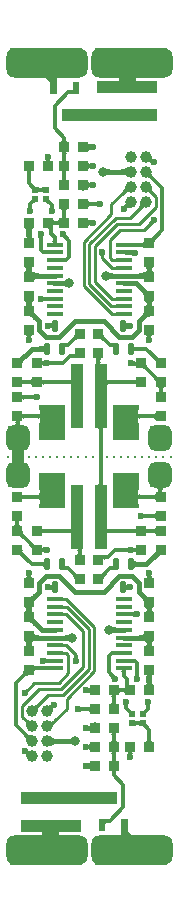
<source format=gtl>
G04*
G04 #@! TF.GenerationSoftware,Altium Limited,Altium Designer,21.0.8 (223)*
G04*
G04 Layer_Physical_Order=1*
G04 Layer_Color=255*
%FSLAX25Y25*%
%MOIN*%
G70*
G04*
G04 #@! TF.SameCoordinates,5BEE501C-0E39-4D07-B5F2-D33AD55358CD*
G04*
G04*
G04 #@! TF.FilePolarity,Positive*
G04*
G01*
G75*
%ADD12C,0.01000*%
%ADD21C,0.04331*%
%ADD26C,0.01181*%
G04:AMPARAMS|DCode=28|XSize=271.65mil|YSize=100.39mil|CornerRadius=30.12mil|HoleSize=0mil|Usage=FLASHONLY|Rotation=0.000|XOffset=0mil|YOffset=0mil|HoleType=Round|Shape=RoundedRectangle|*
%AMROUNDEDRECTD28*
21,1,0.27165,0.04016,0,0,0.0*
21,1,0.21142,0.10039,0,0,0.0*
1,1,0.06024,0.10571,-0.02008*
1,1,0.06024,-0.10571,-0.02008*
1,1,0.06024,-0.10571,0.02008*
1,1,0.06024,0.10571,0.02008*
%
%ADD28ROUNDEDRECTD28*%
%ADD29R,0.05709X0.01772*%
%ADD30R,0.06299X0.11811*%
%ADD31R,0.03937X0.21654*%
%ADD32R,0.03543X0.03740*%
%ADD33R,0.03740X0.03543*%
%ADD34R,0.01968X0.01968*%
%ADD35C,0.03937*%
%ADD36R,0.02362X0.03937*%
%ADD37R,0.20472X0.03937*%
G04:AMPARAMS|DCode=38|XSize=38.19mil|YSize=19.68mil|CornerRadius=2.46mil|HoleSize=0mil|Usage=FLASHONLY|Rotation=90.000|XOffset=0mil|YOffset=0mil|HoleType=Round|Shape=RoundedRectangle|*
%AMROUNDEDRECTD38*
21,1,0.03819,0.01476,0,0,90.0*
21,1,0.03327,0.01968,0,0,90.0*
1,1,0.00492,0.00738,0.01663*
1,1,0.00492,0.00738,-0.01663*
1,1,0.00492,-0.00738,-0.01663*
1,1,0.00492,-0.00738,0.01663*
%
%ADD38ROUNDEDRECTD38*%
G04:AMPARAMS|DCode=39|XSize=78.74mil|YSize=86.61mil|CornerRadius=23.62mil|HoleSize=0mil|Usage=FLASHONLY|Rotation=0.000|XOffset=0mil|YOffset=0mil|HoleType=Round|Shape=RoundedRectangle|*
%AMROUNDEDRECTD39*
21,1,0.07874,0.03937,0,0,0.0*
21,1,0.03150,0.08661,0,0,0.0*
1,1,0.04724,0.01575,-0.01968*
1,1,0.04724,-0.01575,-0.01968*
1,1,0.04724,-0.01575,0.01968*
1,1,0.04724,0.01575,0.01968*
%
%ADD39ROUNDEDRECTD39*%
%ADD40C,0.03937*%
%ADD41C,0.01181*%
%ADD42C,0.01575*%
%ADD43C,0.02362*%
%ADD44C,0.03150*%
G36*
X34048Y129247D02*
X34066Y129044D01*
X34096Y128865D01*
X34137Y128710D01*
X34190Y128579D01*
X34255Y128472D01*
X34332Y128388D01*
X34420Y128328D01*
X34521Y128293D01*
X34633Y128281D01*
X34048D01*
X34052Y128200D01*
X34080Y128015D01*
X34126Y127830D01*
X34191Y127646D01*
X34275Y127463D01*
X34377Y127280D01*
X34498Y127098D01*
X34637Y126916D01*
X34795Y126735D01*
X34971Y126555D01*
X31940Y126538D01*
X32115Y126720D01*
X32272Y126904D01*
X32410Y127087D01*
X32530Y127271D01*
X32631Y127455D01*
X32714Y127639D01*
X32778Y127824D01*
X32825Y128008D01*
X32852Y128193D01*
X32857Y128281D01*
X32271D01*
X32383Y128293D01*
X32484Y128328D01*
X32572Y128388D01*
X32649Y128472D01*
X32714Y128579D01*
X32767Y128710D01*
X32808Y128865D01*
X32838Y129044D01*
X32855Y129247D01*
X32861Y129474D01*
X34043D01*
X34048Y129247D01*
D02*
G37*
G36*
X46063Y126891D02*
X45966Y126402D01*
X45854Y126367D01*
X45739Y126344D01*
X45703Y126320D01*
X45662Y126307D01*
X45572Y126232D01*
X45474Y126167D01*
X45094Y126265D01*
X44969Y126327D01*
X43916Y127381D01*
X43456Y127688D01*
X42913Y127796D01*
X42371Y127688D01*
X41911Y127381D01*
X41603Y126920D01*
X41496Y126378D01*
X41603Y125835D01*
X41911Y125375D01*
X43879Y123407D01*
X44339Y123100D01*
X44882Y122992D01*
X45272D01*
X45289Y122959D01*
X45297Y122916D01*
X45362Y122819D01*
X45417Y122715D01*
X45450Y122687D01*
X45474Y122652D01*
X45572Y122587D01*
X45662Y122512D01*
X45703Y122499D01*
X45739Y122475D01*
X45854Y122452D01*
X45966Y122417D01*
X46063Y121928D01*
Y120472D01*
X37402D01*
Y132283D01*
X46063D01*
Y126891D01*
D02*
G37*
G36*
X54044Y127961D02*
X54009Y127900D01*
X53978Y127832D01*
X53952Y127755D01*
X53929Y127669D01*
X53911Y127576D01*
X53897Y127473D01*
X53881Y127251D01*
X53882Y127220D01*
X54469D01*
X54357Y127208D01*
X54256Y127172D01*
X54168Y127112D01*
X54091Y127029D01*
X54026Y126921D01*
X53973Y126790D01*
X53946Y126688D01*
X53973Y126587D01*
X54026Y126455D01*
X54091Y126348D01*
X54168Y126265D01*
X54256Y126205D01*
X54357Y126169D01*
X54469Y126157D01*
X53882D01*
X53878Y126027D01*
X52697D01*
X52694Y126157D01*
X52107D01*
X52219Y126169D01*
X52319Y126205D01*
X52408Y126265D01*
X52485Y126348D01*
X52550Y126455D01*
X52603Y126587D01*
X52630Y126688D01*
X52603Y126790D01*
X52550Y126921D01*
X52485Y127029D01*
X52408Y127112D01*
X52319Y127172D01*
X52219Y127208D01*
X52107Y127220D01*
X52686D01*
X52674Y127352D01*
X52655Y127453D01*
X52632Y127544D01*
X52603Y127627D01*
X52569Y127701D01*
X52530Y127767D01*
X52485Y127823D01*
X52435Y127871D01*
X54083Y128012D01*
X54044Y127961D01*
D02*
G37*
G36*
X51697Y123228D02*
X51685Y123341D01*
X51649Y123441D01*
X51590Y123530D01*
X51506Y123606D01*
X51399Y123671D01*
X51268Y123724D01*
X51113Y123766D01*
X50934Y123795D01*
X50731Y123813D01*
X50504Y123819D01*
Y125000D01*
X50731Y125006D01*
X50934Y125024D01*
X51113Y125053D01*
X51268Y125094D01*
X51399Y125148D01*
X51506Y125213D01*
X51590Y125289D01*
X51649Y125378D01*
X51685Y125478D01*
X51697Y125591D01*
Y123228D01*
D02*
G37*
G36*
X46063Y125478D02*
X46098Y125378D01*
X46157Y125289D01*
X46240Y125213D01*
X46346Y125148D01*
X46476Y125094D01*
X46630Y125053D01*
X46807Y125024D01*
X47008Y125006D01*
X47232Y125000D01*
Y123819D01*
X47008Y123813D01*
X46807Y123795D01*
X46630Y123766D01*
X46476Y123724D01*
X46346Y123671D01*
X46240Y123606D01*
X46157Y123530D01*
X46098Y123441D01*
X46063Y123341D01*
X46051Y123228D01*
Y125591D01*
X46063Y125478D01*
D02*
G37*
G36*
X13016Y123228D02*
X13004Y123341D01*
X12968Y123441D01*
X12909Y123530D01*
X12825Y123606D01*
X12718Y123671D01*
X12587Y123724D01*
X12432Y123766D01*
X12252Y123795D01*
X12050Y123813D01*
X11823Y123819D01*
Y125000D01*
X12050Y125006D01*
X12252Y125024D01*
X12432Y125053D01*
X12587Y125094D01*
X12718Y125148D01*
X12825Y125213D01*
X12909Y125289D01*
X12968Y125378D01*
X13004Y125478D01*
X13016Y125591D01*
Y123228D01*
D02*
G37*
G36*
X7370Y125478D02*
X7406Y125378D01*
X7465Y125289D01*
X7549Y125213D01*
X7656Y125148D01*
X7787Y125094D01*
X7942Y125053D01*
X8122Y125024D01*
X8324Y125006D01*
X8551Y125000D01*
Y123819D01*
X8324Y123813D01*
X8122Y123795D01*
X7942Y123766D01*
X7787Y123724D01*
X7656Y123671D01*
X7549Y123606D01*
X7465Y123530D01*
X7406Y123441D01*
X7370Y123341D01*
X7358Y123228D01*
Y125591D01*
X7370Y125478D01*
D02*
G37*
G36*
X21654Y120472D02*
X12992D01*
Y121935D01*
X13102Y122417D01*
X13214Y122452D01*
X13328Y122475D01*
X13364Y122499D01*
X13406Y122512D01*
X13496Y122587D01*
X13593Y122652D01*
X13617Y122688D01*
X13651Y122716D01*
X13705Y122819D01*
X13770Y122916D01*
X13778Y122959D01*
X13795Y122992D01*
X14173D01*
X14716Y123100D01*
X15176Y123407D01*
X17144Y125375D01*
X17452Y125835D01*
X17560Y126378D01*
X17452Y126920D01*
X17144Y127381D01*
X16684Y127688D01*
X16142Y127796D01*
X15599Y127688D01*
X15139Y127381D01*
X14094Y126335D01*
X13980Y126276D01*
X13593Y126167D01*
X13496Y126232D01*
X13406Y126307D01*
X13364Y126320D01*
X13328Y126344D01*
X13214Y126367D01*
X13102Y126402D01*
X12992Y126884D01*
Y132283D01*
X21654D01*
Y120472D01*
D02*
G37*
G36*
X47744Y118892D02*
X47804Y118852D01*
X47871Y118816D01*
X47947Y118786D01*
X48032Y118760D01*
X48125Y118739D01*
X48226Y118722D01*
X48336Y118710D01*
X48582Y118701D01*
Y117520D01*
X48455Y117517D01*
X48226Y117498D01*
X48125Y117482D01*
X48032Y117461D01*
X47947Y117435D01*
X47871Y117404D01*
X47804Y117368D01*
X47744Y117328D01*
X47694Y117283D01*
Y118937D01*
X47744Y118892D01*
D02*
G37*
G36*
X51697Y116929D02*
X51685Y117041D01*
X51649Y117142D01*
X51590Y117230D01*
X51506Y117307D01*
X51399Y117372D01*
X51268Y117425D01*
X51113Y117466D01*
X50934Y117496D01*
X50731Y117514D01*
X50504Y117520D01*
Y118701D01*
X50731Y118707D01*
X50934Y118724D01*
X51113Y118754D01*
X51268Y118795D01*
X51399Y118848D01*
X51506Y118913D01*
X51590Y118990D01*
X51649Y119079D01*
X51685Y119179D01*
X51697Y119291D01*
Y116929D01*
D02*
G37*
G36*
X6581Y116339D02*
X6480Y116303D01*
X6392Y116244D01*
X6315Y116162D01*
X6250Y116055D01*
X6197Y115925D01*
X6155Y115772D01*
X6126Y115595D01*
X6122Y115549D01*
X6126Y115503D01*
X6155Y115324D01*
X6197Y115169D01*
X6250Y115038D01*
X6315Y114931D01*
X6392Y114847D01*
X6480Y114787D01*
X6581Y114752D01*
X6693Y114740D01*
X4331D01*
X4443Y114752D01*
X4543Y114787D01*
X4632Y114847D01*
X4709Y114931D01*
X4774Y115038D01*
X4827Y115169D01*
X4868Y115324D01*
X4898Y115503D01*
X4902Y115549D01*
X4898Y115595D01*
X4868Y115772D01*
X4827Y115925D01*
X4774Y116055D01*
X4709Y116162D01*
X4632Y116244D01*
X4543Y116303D01*
X4443Y116339D01*
X4331Y116351D01*
X6693D01*
X6581Y116339D01*
D02*
G37*
G36*
X51697Y111811D02*
X51685Y111923D01*
X51649Y112024D01*
X51590Y112112D01*
X51506Y112189D01*
X51399Y112254D01*
X51268Y112307D01*
X51113Y112348D01*
X50934Y112378D01*
X50731Y112396D01*
X50504Y112402D01*
Y113583D01*
X50731Y113589D01*
X50934Y113606D01*
X51113Y113636D01*
X51268Y113677D01*
X51399Y113730D01*
X51506Y113795D01*
X51590Y113872D01*
X51649Y113961D01*
X51685Y114061D01*
X51697Y114173D01*
Y111811D01*
D02*
G37*
G36*
X48708Y114061D02*
X48744Y113961D01*
X48804Y113872D01*
X48887Y113795D01*
X48995Y113730D01*
X49126Y113677D01*
X49281Y113636D01*
X49460Y113606D01*
X49663Y113589D01*
X49890Y113583D01*
Y112402D01*
X49663Y112396D01*
X49460Y112378D01*
X49281Y112348D01*
X49126Y112307D01*
X48995Y112254D01*
X48887Y112189D01*
X48804Y112112D01*
X48744Y112024D01*
X48708Y111923D01*
X48697Y111811D01*
Y114173D01*
X48708Y114061D01*
D02*
G37*
G36*
X45004Y111811D02*
X44992Y111923D01*
X44957Y112024D01*
X44897Y112112D01*
X44813Y112189D01*
X44706Y112254D01*
X44575Y112307D01*
X44420Y112348D01*
X44241Y112378D01*
X44038Y112396D01*
X43811Y112402D01*
Y113583D01*
X44038Y113589D01*
X44241Y113606D01*
X44420Y113636D01*
X44575Y113677D01*
X44706Y113730D01*
X44813Y113795D01*
X44897Y113872D01*
X44957Y113961D01*
X44992Y114061D01*
X45004Y114173D01*
Y111811D01*
D02*
G37*
G36*
X35396Y114061D02*
X35431Y113961D01*
X35490Y113872D01*
X35573Y113795D01*
X35679Y113730D01*
X35809Y113677D01*
X35963Y113636D01*
X36140Y113606D01*
X36341Y113589D01*
X36565Y113583D01*
Y112402D01*
X36341Y112396D01*
X36140Y112378D01*
X35963Y112348D01*
X35809Y112307D01*
X35679Y112254D01*
X35573Y112189D01*
X35490Y112112D01*
X35431Y112024D01*
X35396Y111923D01*
X35384Y111811D01*
Y114173D01*
X35396Y114061D01*
D02*
G37*
G36*
X23646Y111811D02*
X23634Y111923D01*
X23598Y112024D01*
X23539Y112112D01*
X23455Y112189D01*
X23348Y112254D01*
X23216Y112307D01*
X23061Y112348D01*
X22883Y112378D01*
X22680Y112396D01*
X22453Y112402D01*
Y113583D01*
X22680Y113589D01*
X22883Y113606D01*
X23061Y113636D01*
X23216Y113677D01*
X23348Y113730D01*
X23455Y113795D01*
X23539Y113872D01*
X23598Y113961D01*
X23634Y114061D01*
X23646Y114173D01*
Y111811D01*
D02*
G37*
G36*
X14063Y114061D02*
X14098Y113961D01*
X14158Y113872D01*
X14242Y113795D01*
X14349Y113730D01*
X14480Y113677D01*
X14635Y113636D01*
X14814Y113606D01*
X15017Y113589D01*
X15244Y113583D01*
Y112402D01*
X15017Y112396D01*
X14814Y112378D01*
X14635Y112348D01*
X14480Y112307D01*
X14349Y112254D01*
X14242Y112189D01*
X14158Y112112D01*
X14098Y112024D01*
X14063Y111923D01*
X14051Y111811D01*
Y114173D01*
X14063Y114061D01*
D02*
G37*
G36*
X7305Y112996D02*
X7292Y112869D01*
X7319Y112718D01*
X7386Y112545D01*
X7493Y112347D01*
X7639Y112127D01*
X7825Y111883D01*
X8317Y111326D01*
X8623Y111012D01*
X7567Y110397D01*
X7315Y110641D01*
X6867Y111023D01*
X6672Y111161D01*
X6495Y111263D01*
X6338Y111330D01*
X6199Y111362D01*
X6079Y111358D01*
X5978Y111319D01*
X5896Y111244D01*
X7358Y113100D01*
X7305Y112996D01*
D02*
G37*
G36*
X45004Y107292D02*
X45235Y107283D01*
Y106102D01*
X45108Y106100D01*
X45004Y106091D01*
Y105512D01*
X44992Y105624D01*
X44957Y105724D01*
X44897Y105813D01*
X44813Y105890D01*
X44706Y105955D01*
X44576Y106007D01*
X44525Y105987D01*
X44457Y105951D01*
X44398Y105911D01*
X44347Y105866D01*
Y106061D01*
X44241Y106079D01*
X44038Y106096D01*
X43811Y106102D01*
Y107283D01*
X44038Y107289D01*
X44241Y107307D01*
X44347Y107325D01*
Y107520D01*
X44398Y107475D01*
X44457Y107435D01*
X44525Y107399D01*
X44576Y107378D01*
X44706Y107431D01*
X44813Y107496D01*
X44897Y107573D01*
X44957Y107661D01*
X44992Y107762D01*
X45004Y107874D01*
Y107292D01*
D02*
G37*
G36*
X10589Y109054D02*
X11023Y108686D01*
X11215Y108553D01*
X11391Y108453D01*
X11549Y108386D01*
X11691Y108352D01*
X11817D01*
X11925Y108386D01*
X12017Y108453D01*
X10347Y106782D01*
X10413Y106874D01*
X10447Y106983D01*
Y107108D01*
X10413Y107250D01*
X10347Y107409D01*
X10246Y107584D01*
X10113Y107776D01*
X9946Y107985D01*
X9511Y108453D01*
X10347Y109288D01*
X10589Y109054D01*
D02*
G37*
G36*
X14063Y107860D02*
X14098Y107760D01*
X14158Y107671D01*
X14242Y107595D01*
X14349Y107529D01*
X14480Y107476D01*
X14537Y107461D01*
X14599Y107482D01*
X14668Y107513D01*
X14728Y107548D01*
X14780Y107587D01*
X14765Y107414D01*
X14814Y107405D01*
X15017Y107388D01*
X15244Y107382D01*
Y106201D01*
X15017Y106195D01*
X14814Y106177D01*
X14660Y106152D01*
X14642Y105939D01*
X14594Y105989D01*
X14537Y106033D01*
X14472Y106073D01*
X14437Y106089D01*
X14349Y106053D01*
X14242Y105988D01*
X14158Y105911D01*
X14098Y105823D01*
X14063Y105722D01*
X14051Y105610D01*
Y106186D01*
X14014Y106190D01*
X13896Y106198D01*
X13769Y106201D01*
X13883Y107382D01*
X14011Y107384D01*
X14051Y107387D01*
Y107972D01*
X14063Y107860D01*
D02*
G37*
G36*
X42660Y105866D02*
X42610Y105911D01*
X42551Y105951D01*
X42483Y105987D01*
X42407Y106017D01*
X42323Y106043D01*
X42230Y106065D01*
X42128Y106081D01*
X42018Y106093D01*
X41772Y106102D01*
Y107283D01*
X41899Y107286D01*
X42128Y107305D01*
X42230Y107321D01*
X42323Y107343D01*
X42407Y107369D01*
X42483Y107399D01*
X42551Y107435D01*
X42610Y107475D01*
X42660Y107520D01*
Y105866D01*
D02*
G37*
G36*
X53912Y104945D02*
X53791Y105033D01*
X53647Y105077D01*
X53481Y105075D01*
X53292Y105029D01*
X53080Y104939D01*
X52846Y104804D01*
X52590Y104625D01*
X52311Y104401D01*
X51685Y103820D01*
X50572Y104933D01*
X50885Y105257D01*
X51377Y105838D01*
X51556Y106094D01*
X51691Y106328D01*
X51781Y106540D01*
X51827Y106729D01*
X51828Y106895D01*
X51785Y107039D01*
X51697Y107160D01*
X53912Y104945D01*
D02*
G37*
G36*
X27547Y106705D02*
X27437Y106693D01*
X27339Y106658D01*
X27252Y106599D01*
X27177Y106516D01*
X27113Y106410D01*
X27061Y106280D01*
X27021Y106126D01*
X26992Y105949D01*
X26979Y105807D01*
X26992Y105661D01*
X27022Y105482D01*
X27063Y105327D01*
X27116Y105195D01*
X27181Y105088D01*
X27258Y105005D01*
X27346Y104945D01*
X27447Y104909D01*
X27559Y104897D01*
X25197D01*
X25309Y104909D01*
X25409Y104945D01*
X25498Y105005D01*
X25575Y105088D01*
X25640Y105195D01*
X25693Y105327D01*
X25734Y105482D01*
X25764Y105661D01*
X25776Y105807D01*
X25764Y105952D01*
X25734Y106131D01*
X25693Y106286D01*
X25640Y106417D01*
X25575Y106525D01*
X25498Y106608D01*
X25409Y106668D01*
X25309Y106704D01*
X25197Y106717D01*
X27547Y106705D01*
D02*
G37*
G36*
X7303Y106512D02*
X7270Y106403D01*
Y106278D01*
X7303Y106136D01*
X7370Y105977D01*
X7470Y105802D01*
X7604Y105610D01*
X7771Y105401D01*
X8205Y104933D01*
X7370Y104098D01*
X7128Y104332D01*
X6693Y104699D01*
X6501Y104833D01*
X6326Y104933D01*
X6167Y105000D01*
X6025Y105034D01*
X5900D01*
X5791Y105000D01*
X5700Y104933D01*
X7370Y106604D01*
X7303Y106512D01*
D02*
G37*
G36*
X35716Y103740D02*
X35490Y103734D01*
X35288Y103717D01*
X35110Y103687D01*
X34955Y103646D01*
X34824Y103593D01*
X34716Y103528D01*
X34632Y103451D01*
X34572Y103362D01*
X34536Y103262D01*
X34523Y103150D01*
X34535Y104909D01*
X34547Y104911D01*
X34582Y104914D01*
X35716Y104921D01*
Y103740D01*
D02*
G37*
G36*
X14572Y100709D02*
X14560Y100821D01*
X14524Y100921D01*
X14464Y101010D01*
X14381Y101087D01*
X14273Y101152D01*
X14142Y101205D01*
X13987Y101246D01*
X13808Y101276D01*
X13605Y101293D01*
X13379Y101299D01*
Y102480D01*
X13605Y102486D01*
X13808Y102504D01*
X13987Y102533D01*
X14142Y102575D01*
X14273Y102628D01*
X14381Y102693D01*
X14464Y102770D01*
X14524Y102858D01*
X14560Y102959D01*
X14572Y103071D01*
Y100709D01*
D02*
G37*
G36*
X44499Y103315D02*
X44547Y103181D01*
X44626Y103063D01*
X44737Y102961D01*
X44880Y102874D01*
X45055Y102803D01*
X45261Y102748D01*
X45499Y102709D01*
X45769Y102685D01*
X46070Y102677D01*
Y101102D01*
X45769Y101094D01*
X45499Y101071D01*
X45261Y101031D01*
X45055Y100976D01*
X44880Y100906D01*
X44737Y100819D01*
X44626Y100716D01*
X44547Y100598D01*
X44499Y100465D01*
X44484Y100315D01*
Y103465D01*
X44499Y103315D01*
D02*
G37*
G36*
X37468Y100047D02*
X37464Y100034D01*
X37438Y100023D01*
X37393Y100013D01*
X37326Y100004D01*
X37132Y99991D01*
X36496Y99980D01*
Y101161D01*
X36671Y101164D01*
X36966Y101189D01*
X37085Y101211D01*
X37185Y101238D01*
X37267Y101272D01*
X37330Y101312D01*
X37374Y101358D01*
X37400Y101411D01*
X37406Y101469D01*
X37468Y100047D01*
D02*
G37*
G36*
X21655Y101411D02*
X21681Y101358D01*
X21725Y101312D01*
X21788Y101272D01*
X21870Y101238D01*
X21970Y101211D01*
X22089Y101189D01*
X22227Y101174D01*
X22559Y101161D01*
Y99980D01*
X22369Y99981D01*
X21617Y100023D01*
X21591Y100034D01*
X21587Y100047D01*
X21649Y101469D01*
X21655Y101411D01*
D02*
G37*
G36*
X35370Y98610D02*
X35135Y98367D01*
X34765Y97931D01*
X34631Y97739D01*
X34529Y97563D01*
X34461Y97404D01*
X34427Y97263D01*
X34425Y97138D01*
X34458Y97031D01*
X34523Y96940D01*
X32865Y98598D01*
X32956Y98532D01*
X33063Y98500D01*
X33188Y98501D01*
X33330Y98536D01*
X33488Y98604D01*
X33664Y98706D01*
X33856Y98840D01*
X34066Y99009D01*
X34535Y99445D01*
X35370Y98610D01*
D02*
G37*
G36*
X50203Y98383D02*
X50221Y98181D01*
X50250Y98002D01*
X50257Y97975D01*
X50433D01*
X50388Y97925D01*
X50348Y97866D01*
X50313Y97798D01*
X50312Y97796D01*
X50345Y97715D01*
X50409Y97608D01*
X50486Y97524D01*
X50575Y97465D01*
X50675Y97429D01*
X50787Y97417D01*
X50215D01*
X50206Y97333D01*
X50197Y97087D01*
X49016D01*
X49013Y97214D01*
X48997Y97417D01*
X48425D01*
X48537Y97429D01*
X48638Y97465D01*
X48726Y97524D01*
X48803Y97608D01*
X48868Y97715D01*
X48901Y97796D01*
X48900Y97798D01*
X48865Y97866D01*
X48824Y97925D01*
X48779Y97975D01*
X48956D01*
X48963Y98002D01*
X48992Y98181D01*
X49010Y98383D01*
X49016Y98610D01*
X50197D01*
X50203Y98383D01*
D02*
G37*
G36*
X10045Y98386D02*
X10063Y98185D01*
X10092Y98008D01*
X10101Y97975D01*
X10276D01*
X10231Y97925D01*
X10191Y97866D01*
X10156Y97800D01*
X10187Y97724D01*
X10252Y97618D01*
X10329Y97535D01*
X10417Y97476D01*
X10518Y97441D01*
X10630Y97429D01*
X10059D01*
X10049Y97333D01*
X10039Y97087D01*
X8858D01*
X8856Y97214D01*
X8838Y97429D01*
X8268D01*
X8380Y97441D01*
X8480Y97476D01*
X8569Y97535D01*
X8646Y97618D01*
X8711Y97724D01*
X8742Y97800D01*
X8707Y97866D01*
X8667Y97925D01*
X8622Y97975D01*
X8796D01*
X8805Y98008D01*
X8835Y98185D01*
X8852Y98386D01*
X8858Y98610D01*
X10039D01*
X10045Y98386D01*
D02*
G37*
G36*
X24763Y99210D02*
X25199Y98840D01*
X25391Y98706D01*
X25567Y98604D01*
X25725Y98536D01*
X25867Y98501D01*
X25992Y98500D01*
X26099Y98532D01*
X26190Y98598D01*
X24532Y96940D01*
X24598Y97031D01*
X24630Y97138D01*
X24629Y97263D01*
X24594Y97404D01*
X24526Y97563D01*
X24424Y97739D01*
X24290Y97931D01*
X24121Y98140D01*
X23685Y98610D01*
X24520Y99445D01*
X24763Y99210D01*
D02*
G37*
G36*
X17131Y94783D02*
X17221Y94773D01*
X17467Y94764D01*
Y93583D01*
X17340Y93580D01*
X17131Y93563D01*
Y92992D01*
X17119Y93104D01*
X17083Y93205D01*
X17023Y93293D01*
X16940Y93370D01*
X16832Y93435D01*
X16755Y93466D01*
X16689Y93432D01*
X16630Y93391D01*
X16579Y93347D01*
Y93521D01*
X16546Y93529D01*
X16367Y93559D01*
X16164Y93577D01*
X15938Y93583D01*
Y94764D01*
X16164Y94770D01*
X16367Y94787D01*
X16546Y94817D01*
X16579Y94826D01*
Y95000D01*
X16630Y94955D01*
X16689Y94915D01*
X16755Y94880D01*
X16832Y94911D01*
X16940Y94976D01*
X17023Y95053D01*
X17083Y95142D01*
X17119Y95242D01*
X17131Y95354D01*
Y94783D01*
D02*
G37*
G36*
X41936Y95242D02*
X41972Y95142D01*
X42032Y95053D01*
X42115Y94976D01*
X42223Y94911D01*
X42293Y94883D01*
X42354Y94915D01*
X42413Y94955D01*
X42464Y95000D01*
Y94829D01*
X42509Y94817D01*
X42688Y94787D01*
X42891Y94770D01*
X43117Y94764D01*
Y93583D01*
X42891Y93577D01*
X42688Y93559D01*
X42509Y93529D01*
X42464Y93517D01*
Y93347D01*
X42413Y93391D01*
X42354Y93432D01*
X42293Y93463D01*
X42223Y93435D01*
X42115Y93370D01*
X42032Y93293D01*
X41972Y93205D01*
X41936Y93104D01*
X41924Y92992D01*
Y93562D01*
X41821Y93573D01*
X41576Y93583D01*
Y94764D01*
X41703Y94766D01*
X41924Y94784D01*
Y95354D01*
X41936Y95242D01*
D02*
G37*
G36*
X12420Y91130D02*
X12109Y90807D01*
X11619Y90228D01*
X11440Y89972D01*
X11307Y89738D01*
X11218Y89526D01*
X11173Y89337D01*
Y89170D01*
X11218Y89025D01*
X11307Y88903D01*
X9080Y91130D01*
X9202Y91041D01*
X9347Y90996D01*
X9514D01*
X9703Y91041D01*
X9915Y91130D01*
X10149Y91263D01*
X10405Y91442D01*
X10683Y91664D01*
X11307Y92243D01*
X12420Y91130D01*
D02*
G37*
G36*
X48072Y91930D02*
X48653Y91438D01*
X48909Y91259D01*
X49143Y91124D01*
X49355Y91034D01*
X49544Y90988D01*
X49710Y90987D01*
X49854Y91030D01*
X49975Y91118D01*
X47760Y88903D01*
X47848Y89024D01*
X47891Y89168D01*
X47890Y89334D01*
X47844Y89523D01*
X47754Y89735D01*
X47619Y89969D01*
X47440Y90225D01*
X47216Y90504D01*
X46635Y91130D01*
X47748Y92243D01*
X48072Y91930D01*
D02*
G37*
G36*
X51032Y87595D02*
X50898Y87547D01*
X50779Y87469D01*
X50677Y87358D01*
X50591Y87217D01*
X50520Y87043D01*
X50465Y86839D01*
X50460Y86811D01*
X50465Y86783D01*
X50520Y86579D01*
X50591Y86405D01*
X50677Y86264D01*
X50779Y86153D01*
X50898Y86075D01*
X51032Y86027D01*
X51181Y86012D01*
X48031D01*
X48181Y86027D01*
X48315Y86075D01*
X48433Y86153D01*
X48535Y86264D01*
X48622Y86405D01*
X48693Y86579D01*
X48748Y86783D01*
X48753Y86811D01*
X48748Y86839D01*
X48693Y87043D01*
X48622Y87217D01*
X48535Y87358D01*
X48433Y87469D01*
X48315Y87547D01*
X48181Y87595D01*
X48031Y87610D01*
X51181D01*
X51032Y87595D01*
D02*
G37*
G36*
X10874Y87607D02*
X10740Y87559D01*
X10622Y87480D01*
X10520Y87369D01*
X10433Y87226D01*
X10362Y87051D01*
X10307Y86845D01*
X10302Y86814D01*
X10307Y86783D01*
X10362Y86579D01*
X10433Y86405D01*
X10520Y86264D01*
X10622Y86153D01*
X10740Y86075D01*
X10874Y86027D01*
X11024Y86012D01*
X7874D01*
X8024Y86027D01*
X8157Y86075D01*
X8276Y86153D01*
X8378Y86264D01*
X8465Y86405D01*
X8535Y86579D01*
X8591Y86783D01*
X8596Y86814D01*
X8591Y86845D01*
X8535Y87051D01*
X8465Y87226D01*
X8378Y87369D01*
X8276Y87480D01*
X8157Y87559D01*
X8024Y87607D01*
X7874Y87622D01*
X11024D01*
X10874Y87607D01*
D02*
G37*
G36*
X44629Y84311D02*
X44578Y84356D01*
X44519Y84396D01*
X44452Y84431D01*
X44376Y84462D01*
X44291Y84488D01*
X44198Y84509D01*
X44097Y84526D01*
X43986Y84538D01*
X43741Y84547D01*
X43741Y85728D01*
X43868Y85731D01*
X44097Y85750D01*
X44198Y85766D01*
X44291Y85787D01*
X44376Y85813D01*
X44452Y85844D01*
X44519Y85879D01*
X44578Y85920D01*
X44629Y85965D01*
X44629Y84311D01*
D02*
G37*
G36*
X11207Y84598D02*
X11164Y84454D01*
X11165Y84288D01*
X11211Y84099D01*
X11301Y83887D01*
X11436Y83653D01*
X11615Y83397D01*
X11839Y83118D01*
X12420Y82492D01*
X11307Y81379D01*
X10983Y81692D01*
X10402Y82184D01*
X10146Y82363D01*
X9912Y82498D01*
X9701Y82589D01*
X9512Y82634D01*
X9345Y82636D01*
X9201Y82592D01*
X9080Y82504D01*
X11295Y84719D01*
X11207Y84598D01*
D02*
G37*
G36*
X37413Y81062D02*
X37491Y81009D01*
X37581Y80961D01*
X37683Y80920D01*
X37795Y80886D01*
X37920Y80857D01*
X38055Y80835D01*
X38202Y80820D01*
X38529Y80807D01*
X38529Y79232D01*
X38360Y79229D01*
X38055Y79204D01*
X37920Y79182D01*
X37795Y79154D01*
X37683Y79119D01*
X37581Y79078D01*
X37491Y79031D01*
X37413Y78977D01*
X37345Y78917D01*
X37345Y81122D01*
X37413Y81062D01*
D02*
G37*
G36*
X22615Y76358D02*
X22548Y76418D01*
X22469Y76472D01*
X22379Y76519D01*
X22278Y76560D01*
X22165Y76595D01*
X22041Y76623D01*
X21905Y76645D01*
X21759Y76661D01*
X21431Y76673D01*
X21431Y78248D01*
X21601Y78251D01*
X21905Y78276D01*
X22041Y78298D01*
X22165Y78327D01*
X22278Y78361D01*
X22379Y78402D01*
X22469Y78450D01*
X22548Y78503D01*
X22615Y78563D01*
X22615Y76358D01*
D02*
G37*
G36*
X47748Y76193D02*
X47732Y76284D01*
X47685Y76366D01*
X47607Y76438D01*
X47496Y76500D01*
X47355Y76553D01*
X47181Y76596D01*
X46977Y76630D01*
X46740Y76654D01*
X46173Y76673D01*
Y78248D01*
X46474Y78256D01*
X46744Y78280D01*
X46981Y78319D01*
X47187Y78374D01*
X47362Y78445D01*
X47505Y78531D01*
X47616Y78634D01*
X47696Y78752D01*
X47744Y78886D01*
X47760Y79035D01*
X47748Y76193D01*
D02*
G37*
G36*
X11311Y78886D02*
X11359Y78752D01*
X11439Y78634D01*
X11550Y78531D01*
X11693Y78445D01*
X11868Y78374D01*
X12074Y78319D01*
X12312Y78280D01*
X12581Y78256D01*
X12882Y78248D01*
Y76673D01*
X12583Y76668D01*
X12078Y76630D01*
X11874Y76596D01*
X11701Y76553D01*
X11559Y76500D01*
X11449Y76438D01*
X11370Y76366D01*
X11323Y76284D01*
X11307Y76193D01*
X11295Y79035D01*
X11311Y78886D01*
D02*
G37*
G36*
X51032Y76189D02*
X50898Y76142D01*
X50779Y76062D01*
X50677Y75951D01*
X50591Y75808D01*
X50520Y75634D01*
X50465Y75428D01*
X50459Y75397D01*
X50465Y75366D01*
X50520Y75161D01*
X50591Y74988D01*
X50677Y74846D01*
X50779Y74736D01*
X50898Y74657D01*
X51032Y74610D01*
X51181Y74594D01*
X48031D01*
X48181Y74610D01*
X48315Y74657D01*
X48433Y74736D01*
X48535Y74846D01*
X48622Y74988D01*
X48693Y75161D01*
X48748Y75366D01*
X48753Y75397D01*
X48748Y75428D01*
X48693Y75634D01*
X48622Y75808D01*
X48535Y75951D01*
X48433Y76062D01*
X48315Y76142D01*
X48181Y76189D01*
X48031Y76205D01*
X51181D01*
X51032Y76189D01*
D02*
G37*
G36*
X10874D02*
X10740Y76142D01*
X10622Y76062D01*
X10520Y75951D01*
X10433Y75808D01*
X10362Y75634D01*
X10307Y75428D01*
X10301Y75394D01*
X10307Y75360D01*
X10362Y75153D01*
X10433Y74979D01*
X10520Y74836D01*
X10622Y74725D01*
X10740Y74646D01*
X10874Y74598D01*
X11024Y74582D01*
X7874D01*
X8024Y74598D01*
X8157Y74646D01*
X8276Y74725D01*
X8378Y74836D01*
X8465Y74979D01*
X8535Y75153D01*
X8591Y75360D01*
X8596Y75394D01*
X8591Y75428D01*
X8535Y75634D01*
X8465Y75808D01*
X8378Y75951D01*
X8276Y76062D01*
X8157Y76142D01*
X8024Y76189D01*
X7874Y76205D01*
X11024D01*
X10874Y76189D01*
D02*
G37*
G36*
X25623Y71254D02*
X25633Y71140D01*
X25649Y71032D01*
X25672Y70929D01*
X25701Y70833D01*
X25737Y70742D01*
X25780Y70658D01*
X25829Y70579D01*
X25884Y70506D01*
X25947Y70439D01*
X24293D01*
X24355Y70506D01*
X24411Y70579D01*
X24460Y70658D01*
X24502Y70742D01*
X24538Y70833D01*
X24567Y70929D01*
X24590Y71032D01*
X24607Y71140D01*
X24616Y71254D01*
X24620Y71374D01*
X25620D01*
X25623Y71254D01*
D02*
G37*
G36*
X14976Y70573D02*
X15034Y70533D01*
X15102Y70497D01*
X15178Y70466D01*
X15262Y70440D01*
X15355Y70418D01*
X15457Y70402D01*
X15567Y70390D01*
X15812Y70380D01*
X15805Y69199D01*
X15678Y69197D01*
X15449Y69178D01*
X15348Y69162D01*
X15255Y69141D01*
X15170Y69115D01*
X15094Y69084D01*
X15026Y69049D01*
X14967Y69009D01*
X14916Y68965D01*
X14925Y70618D01*
X14976Y70573D01*
D02*
G37*
G36*
X11319Y68204D02*
X11354Y68122D01*
X11413Y68050D01*
X11496Y67988D01*
X11602Y67935D01*
X11732Y67892D01*
X11886Y67858D01*
X12063Y67834D01*
X12264Y67820D01*
X12488Y67815D01*
Y66634D01*
X12262Y66628D01*
X12060Y66610D01*
X11881Y66581D01*
X11726Y66539D01*
X11595Y66486D01*
X11487Y66421D01*
X11404Y66344D01*
X11344Y66256D01*
X11307Y66155D01*
X11295Y66043D01*
X11307Y68295D01*
X11319Y68204D01*
D02*
G37*
G36*
X42112Y66339D02*
X42012Y66303D01*
X41923Y66244D01*
X41846Y66162D01*
X41781Y66055D01*
X41728Y65925D01*
X41687Y65772D01*
X41658Y65595D01*
X41640Y65394D01*
X41634Y65170D01*
X40453D01*
X40447Y65394D01*
X40429Y65595D01*
X40400Y65772D01*
X40358Y65925D01*
X40305Y66055D01*
X40240Y66162D01*
X40163Y66244D01*
X40075Y66303D01*
X39974Y66339D01*
X39862Y66351D01*
X42224D01*
X42112Y66339D01*
D02*
G37*
G36*
X9261Y64776D02*
X9169Y64843D01*
X9061Y64876D01*
X8935D01*
X8793Y64843D01*
X8635Y64776D01*
X8459Y64676D01*
X8267Y64542D01*
X8058Y64375D01*
X7591Y63941D01*
X6756Y64776D01*
X6989Y65018D01*
X7357Y65452D01*
X7491Y65644D01*
X7591Y65820D01*
X7658Y65978D01*
X7691Y66120D01*
Y66246D01*
X7658Y66354D01*
X7591Y66446D01*
X9261Y64776D01*
D02*
G37*
G36*
X46262Y65384D02*
X46281Y65155D01*
X46298Y65054D01*
X46319Y64961D01*
X46345Y64876D01*
X46376Y64800D01*
X46411Y64733D01*
X46451Y64674D01*
X46496Y64623D01*
X44842D01*
X44887Y64674D01*
X44928Y64733D01*
X44963Y64800D01*
X44994Y64876D01*
X45020Y64961D01*
X45041Y65054D01*
X45057Y65155D01*
X45069Y65265D01*
X45079Y65511D01*
X46260D01*
X46262Y65384D01*
D02*
G37*
G36*
X37474Y65333D02*
X37649Y65185D01*
X37732Y65125D01*
X37813Y65074D01*
X37891Y65033D01*
X37967Y65001D01*
X38039Y64978D01*
X38110Y64965D01*
X38177Y64961D01*
X37008Y63791D01*
X37004Y63859D01*
X36991Y63929D01*
X36968Y64002D01*
X36936Y64077D01*
X36894Y64156D01*
X36844Y64236D01*
X36783Y64320D01*
X36714Y64406D01*
X36547Y64586D01*
X37382Y65421D01*
X37474Y65333D01*
D02*
G37*
G36*
X51032Y64772D02*
X50898Y64724D01*
X50779Y64645D01*
X50677Y64534D01*
X50591Y64391D01*
X50520Y64217D01*
X50465Y64010D01*
X50425Y63772D01*
X50402Y63503D01*
X50394Y63201D01*
X48819D01*
X48811Y63503D01*
X48787Y63772D01*
X48748Y64010D01*
X48693Y64217D01*
X48622Y64391D01*
X48535Y64534D01*
X48433Y64645D01*
X48315Y64724D01*
X48181Y64772D01*
X48031Y64788D01*
X51181D01*
X51032Y64772D01*
D02*
G37*
G36*
X42722Y62656D02*
X42740Y62454D01*
X42770Y62275D01*
X42811Y62120D01*
X42864Y61989D01*
X42929Y61881D01*
X43006Y61798D01*
X43095Y61738D01*
X43195Y61701D01*
X43307Y61689D01*
X41547Y61701D01*
X41535Y62882D01*
X42717D01*
X42722Y62656D01*
D02*
G37*
G36*
X50401Y62904D02*
X50422Y62649D01*
X50457Y62424D01*
X50506Y62229D01*
X50569Y62064D01*
X50646Y61929D01*
X50737Y61824D01*
X50842Y61749D01*
X50962Y61704D01*
X51095Y61689D01*
X50394D01*
X50394Y61600D01*
X48819D01*
X48814Y61689D01*
X48118D01*
X48251Y61704D01*
X48370Y61749D01*
X48475Y61824D01*
X48567Y61929D01*
X48644Y62064D01*
X48707Y62229D01*
X48756Y62424D01*
X48791Y62649D01*
X48812Y62904D01*
X48819Y63189D01*
X50394D01*
X50401Y62904D01*
D02*
G37*
G36*
X29748Y60452D02*
X29832Y60443D01*
X30078Y60433D01*
Y59252D01*
X29951Y59250D01*
X29748Y59233D01*
Y58661D01*
X29737Y58774D01*
X29701Y58874D01*
X29641Y58963D01*
X29557Y59039D01*
X29450Y59104D01*
X29369Y59137D01*
X29367Y59136D01*
X29300Y59101D01*
X29241Y59061D01*
X29190Y59016D01*
Y59192D01*
X29164Y59199D01*
X28985Y59228D01*
X28782Y59246D01*
X28555Y59252D01*
Y60433D01*
X28782Y60439D01*
X28985Y60457D01*
X29164Y60486D01*
X29190Y60493D01*
Y60669D01*
X29241Y60624D01*
X29300Y60584D01*
X29367Y60549D01*
X29369Y60548D01*
X29450Y60581D01*
X29557Y60646D01*
X29641Y60722D01*
X29701Y60811D01*
X29737Y60911D01*
X29748Y61024D01*
Y60452D01*
D02*
G37*
G36*
X41547Y58661D02*
X41536Y58774D01*
X41500Y58874D01*
X41441Y58963D01*
X41358Y59039D01*
X41252Y59104D01*
X41122Y59158D01*
X40969Y59199D01*
X40791Y59228D01*
X40591Y59246D01*
X40551Y59247D01*
X40512Y59246D01*
X40311Y59228D01*
X40134Y59199D01*
X39980Y59158D01*
X39850Y59104D01*
X39744Y59039D01*
X39661Y58963D01*
X39602Y58874D01*
X39567Y58774D01*
X39555Y58661D01*
Y61024D01*
X39567Y60911D01*
X39602Y60811D01*
X39661Y60722D01*
X39744Y60646D01*
X39850Y60581D01*
X39980Y60528D01*
X40134Y60486D01*
X40311Y60457D01*
X40512Y60439D01*
X40551Y60438D01*
X40591Y60439D01*
X40791Y60457D01*
X40969Y60486D01*
X41122Y60528D01*
X41252Y60581D01*
X41358Y60646D01*
X41441Y60722D01*
X41500Y60811D01*
X41536Y60911D01*
X41547Y61024D01*
Y58661D01*
D02*
G37*
G36*
X9645Y59799D02*
X9562Y59712D01*
X9489Y59625D01*
X9424Y59537D01*
X9368Y59448D01*
X9320Y59359D01*
X9281Y59269D01*
X9252Y59180D01*
X9231Y59089D01*
X9218Y58998D01*
X9215Y58907D01*
X8046Y60076D01*
X8137Y60080D01*
X8228Y60092D01*
X8318Y60113D01*
X8408Y60143D01*
X8497Y60182D01*
X8586Y60229D01*
X8675Y60285D01*
X8763Y60350D01*
X8851Y60424D01*
X8938Y60507D01*
X9645Y59799D01*
D02*
G37*
G36*
X38864Y57985D02*
X38764Y57949D01*
X38675Y57889D01*
X38598Y57806D01*
X38533Y57698D01*
X38480Y57567D01*
X38439Y57412D01*
X38410Y57233D01*
X38392Y57030D01*
X38386Y56803D01*
X37205D01*
X37199Y57030D01*
X37181Y57233D01*
X37152Y57412D01*
X37110Y57567D01*
X37057Y57698D01*
X36992Y57806D01*
X36915Y57889D01*
X36827Y57949D01*
X36726Y57985D01*
X36614Y57996D01*
X38976D01*
X38864Y57985D01*
D02*
G37*
G36*
X38392Y56356D02*
X38410Y56153D01*
X38439Y55974D01*
X38480Y55819D01*
X38533Y55688D01*
X38598Y55580D01*
X38675Y55497D01*
X38764Y55437D01*
X38864Y55401D01*
X38976Y55389D01*
X36614D01*
X36726Y55401D01*
X36827Y55437D01*
X36915Y55497D01*
X36992Y55580D01*
X37057Y55688D01*
X37110Y55819D01*
X37152Y55974D01*
X37181Y56153D01*
X37199Y56356D01*
X37205Y56582D01*
X38386D01*
X38392Y56356D01*
D02*
G37*
G36*
X18113Y54635D02*
X17971Y54485D01*
X17846Y54337D01*
X17739Y54191D01*
X17650Y54048D01*
X17645Y54039D01*
X17743Y53947D01*
X17676Y53941D01*
X17607Y53926D01*
X17584Y53918D01*
X17578Y53906D01*
X17524Y53766D01*
X17487Y53629D01*
X17468Y53494D01*
X17467Y53361D01*
X17483Y53230D01*
X17093Y53605D01*
X17045Y53563D01*
X16953Y53475D01*
X16087Y54279D01*
X16175Y54370D01*
X16230Y54436D01*
X15851Y54800D01*
X15983Y54788D01*
X16117Y54794D01*
X16253Y54816D01*
X16391Y54856D01*
X16513Y54905D01*
X16523Y54939D01*
X16534Y55010D01*
X16536Y55078D01*
X16648Y54973D01*
X16673Y54987D01*
X16817Y55077D01*
X16963Y55186D01*
X17111Y55311D01*
X17261Y55453D01*
X18113Y54635D01*
D02*
G37*
G36*
X12958Y54554D02*
X12837Y54426D01*
X12731Y54299D01*
X12642Y54174D01*
X12568Y54051D01*
X12510Y53929D01*
X12468Y53809D01*
X12441Y53691D01*
X12431Y53574D01*
X12436Y53459D01*
X12457Y53346D01*
X11043Y54760D01*
X11156Y54739D01*
X11271Y54734D01*
X11388Y54745D01*
X11506Y54771D01*
X11626Y54813D01*
X11748Y54871D01*
X11871Y54945D01*
X11996Y55035D01*
X12123Y55140D01*
X12251Y55261D01*
X12958Y54554D01*
D02*
G37*
G36*
X49995Y55011D02*
X49954Y54952D01*
X49919Y54885D01*
X49888Y54809D01*
X49862Y54724D01*
X49841Y54631D01*
X49824Y54530D01*
X49813Y54420D01*
X49803Y54174D01*
X48622D01*
X48620Y54301D01*
X48601Y54530D01*
X48584Y54631D01*
X48563Y54724D01*
X48537Y54809D01*
X48506Y54885D01*
X48471Y54952D01*
X48431Y55011D01*
X48386Y55062D01*
X50039D01*
X49995Y55011D01*
D02*
G37*
G36*
X42579Y55073D02*
X42546Y55017D01*
X42518Y54951D01*
X42493Y54877D01*
X42472Y54793D01*
X42455Y54700D01*
X42441Y54599D01*
X42426Y54368D01*
X42424Y54240D01*
X41243Y54122D01*
X41241Y54250D01*
X41221Y54478D01*
X41204Y54578D01*
X41181Y54668D01*
X41154Y54750D01*
X41122Y54822D01*
X41085Y54884D01*
X41043Y54938D01*
X40997Y54981D01*
X42615Y55121D01*
X42579Y55073D01*
D02*
G37*
G36*
X49248Y52941D02*
X49021Y52706D01*
X48662Y52286D01*
X48531Y52101D01*
X48431Y51933D01*
X48364Y51781D01*
X48328Y51646D01*
X48324Y51528D01*
X48353Y51427D01*
X48413Y51342D01*
X46814Y52941D01*
X46899Y52880D01*
X47001Y52852D01*
X47119Y52856D01*
X47254Y52891D01*
X47405Y52959D01*
X47573Y53058D01*
X47758Y53190D01*
X47960Y53353D01*
X48413Y53776D01*
X49248Y52941D01*
D02*
G37*
G36*
X26669Y54325D02*
X26728Y54285D01*
X26796Y54250D01*
X26871Y54219D01*
X26956Y54193D01*
X27049Y54172D01*
X27151Y54155D01*
X27261Y54143D01*
X27506Y54134D01*
Y52953D01*
X27379Y52950D01*
X27151Y52931D01*
X27049Y52915D01*
X26956Y52894D01*
X26871Y52868D01*
X26796Y52837D01*
X26728Y52802D01*
X26669Y52761D01*
X26618Y52716D01*
Y54370D01*
X26669Y54325D01*
D02*
G37*
G36*
X29736Y52362D02*
X29725Y52474D01*
X29689Y52575D01*
X29630Y52663D01*
X29547Y52740D01*
X29441Y52805D01*
X29311Y52858D01*
X29158Y52900D01*
X28980Y52929D01*
X28780Y52947D01*
X28555Y52953D01*
Y54134D01*
X28780Y54140D01*
X28980Y54158D01*
X29158Y54187D01*
X29311Y54228D01*
X29441Y54282D01*
X29547Y54347D01*
X29630Y54423D01*
X29689Y54512D01*
X29725Y54612D01*
X29736Y54724D01*
Y52362D01*
D02*
G37*
G36*
X43168Y53542D02*
X43602Y53175D01*
X43794Y53041D01*
X43969Y52941D01*
X44128Y52874D01*
X44270Y52841D01*
X44395D01*
X44504Y52874D01*
X44596Y52941D01*
X42925Y51270D01*
X42992Y51362D01*
X43026Y51471D01*
Y51596D01*
X42992Y51738D01*
X42925Y51897D01*
X42825Y52072D01*
X42691Y52264D01*
X42524Y52473D01*
X42090Y52941D01*
X42925Y53776D01*
X43168Y53542D01*
D02*
G37*
G36*
X18181Y48983D02*
X18059Y48855D01*
X17852Y48605D01*
X17767Y48482D01*
X17694Y48361D01*
X17634Y48242D01*
X17587Y48124D01*
X17551Y48008D01*
X17529Y47894D01*
X17518Y47782D01*
X16567Y49541D01*
X16663Y49493D01*
X16763Y49464D01*
X16867Y49454D01*
X16974Y49463D01*
X17085Y49490D01*
X17199Y49536D01*
X17318Y49601D01*
X17439Y49685D01*
X17564Y49788D01*
X17693Y49909D01*
X18181Y48983D01*
D02*
G37*
G36*
X46469Y47847D02*
X46457Y47919D01*
X46421Y47984D01*
X46362Y48041D01*
X46280Y48091D01*
X46173Y48133D01*
X46044Y48167D01*
X45890Y48194D01*
X45713Y48213D01*
X45693Y48214D01*
X45449Y48194D01*
X45295Y48167D01*
X45165Y48133D01*
X45059Y48091D01*
X44976Y48041D01*
X44917Y47984D01*
X44882Y47919D01*
X44870Y47847D01*
Y49791D01*
X44882Y49719D01*
X44917Y49654D01*
X44976Y49597D01*
X45059Y49547D01*
X45165Y49505D01*
X45295Y49470D01*
X45449Y49444D01*
X45626Y49425D01*
X45645Y49424D01*
X45890Y49444D01*
X46044Y49470D01*
X46173Y49505D01*
X46280Y49547D01*
X46362Y49597D01*
X46421Y49654D01*
X46457Y49719D01*
X46469Y49791D01*
Y47847D01*
D02*
G37*
G36*
X8980Y50140D02*
X9106Y50035D01*
X9231Y49945D01*
X9355Y49871D01*
X9476Y49813D01*
X9596Y49771D01*
X9714Y49745D01*
X9831Y49734D01*
X9946Y49739D01*
X10059Y49760D01*
X8645Y48346D01*
X8666Y48459D01*
X8671Y48574D01*
X8661Y48691D01*
X8635Y48809D01*
X8592Y48929D01*
X8534Y49051D01*
X8461Y49174D01*
X8371Y49299D01*
X8265Y49426D01*
X8144Y49554D01*
X8851Y50261D01*
X8980Y50140D01*
D02*
G37*
G36*
X29748Y47853D02*
X29832Y47844D01*
X30078Y47835D01*
Y46654D01*
X29951Y46651D01*
X29748Y46634D01*
Y46063D01*
X29737Y46175D01*
X29701Y46276D01*
X29641Y46364D01*
X29557Y46441D01*
X29450Y46506D01*
X29369Y46539D01*
X29367Y46538D01*
X29300Y46502D01*
X29241Y46462D01*
X29190Y46417D01*
Y46593D01*
X29164Y46600D01*
X28985Y46630D01*
X28782Y46648D01*
X28555Y46654D01*
Y47835D01*
X28782Y47841D01*
X28985Y47858D01*
X29164Y47888D01*
X29190Y47895D01*
Y48071D01*
X29241Y48026D01*
X29300Y47986D01*
X29367Y47950D01*
X29369Y47949D01*
X29450Y47982D01*
X29557Y48047D01*
X29641Y48124D01*
X29701Y48213D01*
X29737Y48313D01*
X29748Y48425D01*
Y47853D01*
D02*
G37*
G36*
X48336Y49426D02*
X48303Y49319D01*
X48305Y49194D01*
X48339Y49052D01*
X48407Y48894D01*
X48509Y48718D01*
X48643Y48526D01*
X48812Y48316D01*
X49248Y47847D01*
X48413Y47012D01*
X48170Y47247D01*
X47734Y47616D01*
X47542Y47751D01*
X47366Y47853D01*
X47208Y47921D01*
X47066Y47955D01*
X46941Y47956D01*
X46834Y47924D01*
X46743Y47859D01*
X48401Y49517D01*
X48336Y49426D01*
D02*
G37*
G36*
X38864Y45386D02*
X38764Y45350D01*
X38675Y45291D01*
X38598Y45207D01*
X38533Y45100D01*
X38480Y44969D01*
X38439Y44813D01*
X38409Y44634D01*
X38392Y44432D01*
X38386Y44205D01*
X37205D01*
X37199Y44432D01*
X37181Y44634D01*
X37152Y44813D01*
X37110Y44969D01*
X37057Y45100D01*
X36992Y45207D01*
X36915Y45291D01*
X36827Y45350D01*
X36726Y45386D01*
X36614Y45398D01*
X38976D01*
X38864Y45386D01*
D02*
G37*
G36*
X8953Y45296D02*
X9100Y45174D01*
X9247Y45069D01*
X9394Y44980D01*
X9541Y44909D01*
X9687Y44854D01*
X9834Y44816D01*
X9980Y44795D01*
X10127Y44791D01*
X10273Y44803D01*
X8602Y43133D01*
X8615Y43279D01*
X8611Y43425D01*
X8589Y43572D01*
X8551Y43718D01*
X8497Y43865D01*
X8425Y44012D01*
X8337Y44159D01*
X8231Y44306D01*
X8109Y44453D01*
X7971Y44600D01*
X8806Y45435D01*
X8953Y45296D01*
D02*
G37*
G36*
X50203Y43757D02*
X50221Y43554D01*
X50250Y43376D01*
X50291Y43220D01*
X50345Y43089D01*
X50409Y42982D01*
X50486Y42898D01*
X50575Y42839D01*
X50675Y42803D01*
X50787Y42791D01*
X48425D01*
X48537Y42803D01*
X48638Y42839D01*
X48726Y42898D01*
X48803Y42982D01*
X48868Y43089D01*
X48921Y43220D01*
X48963Y43376D01*
X48992Y43554D01*
X49010Y43757D01*
X49016Y43984D01*
X50197D01*
X50203Y43757D01*
D02*
G37*
G36*
X38392D02*
X38409Y43554D01*
X38439Y43376D01*
X38480Y43220D01*
X38533Y43089D01*
X38598Y42982D01*
X38675Y42898D01*
X38764Y42839D01*
X38864Y42803D01*
X38976Y42791D01*
X36614D01*
X36726Y42803D01*
X36827Y42839D01*
X36915Y42898D01*
X36992Y42982D01*
X37057Y43089D01*
X37110Y43220D01*
X37152Y43376D01*
X37181Y43554D01*
X37199Y43757D01*
X37205Y43984D01*
X38386D01*
X38392Y43757D01*
D02*
G37*
G36*
X23678Y41752D02*
X23611Y41812D01*
X23532Y41865D01*
X23442Y41913D01*
X23341Y41954D01*
X23228Y41988D01*
X23104Y42017D01*
X22969Y42039D01*
X22822Y42054D01*
X22494Y42067D01*
Y43642D01*
X22664Y43645D01*
X22969Y43670D01*
X23104Y43692D01*
X23228Y43720D01*
X23341Y43755D01*
X23442Y43796D01*
X23532Y43843D01*
X23611Y43897D01*
X23678Y43957D01*
Y41752D01*
D02*
G37*
G36*
X29748Y41554D02*
X29832Y41545D01*
X30078Y41535D01*
Y40354D01*
X29951Y40352D01*
X29748Y40335D01*
Y39764D01*
X29737Y39876D01*
X29701Y39976D01*
X29641Y40065D01*
X29557Y40142D01*
X29450Y40207D01*
X29369Y40239D01*
X29367Y40239D01*
X29300Y40203D01*
X29241Y40163D01*
X29190Y40118D01*
Y40294D01*
X29164Y40301D01*
X28985Y40331D01*
X28782Y40348D01*
X28555Y40354D01*
Y41535D01*
X28782Y41541D01*
X28985Y41559D01*
X29164Y41589D01*
X29190Y41596D01*
Y41772D01*
X29241Y41727D01*
X29300Y41687D01*
X29367Y41651D01*
X29369Y41650D01*
X29450Y41683D01*
X29557Y41748D01*
X29641Y41825D01*
X29701Y41913D01*
X29737Y42014D01*
X29748Y42126D01*
Y41554D01*
D02*
G37*
G36*
X16945Y44277D02*
X17157Y44144D01*
X17371Y44026D01*
X17587Y43924D01*
X17805Y43838D01*
X18026Y43767D01*
X18248Y43712D01*
X18474Y43673D01*
X18701Y43650D01*
X18930Y43642D01*
Y42067D01*
X18701Y42059D01*
X18474Y42035D01*
X18248Y41996D01*
X18026Y41941D01*
X17805Y41871D01*
X17587Y41784D01*
X17371Y41682D01*
X17157Y41565D01*
X16945Y41431D01*
X16736Y41282D01*
Y44427D01*
X16945Y44277D01*
D02*
G37*
G36*
X8885Y40057D02*
X9124Y39861D01*
X9197Y39967D01*
X9211Y39910D01*
X9233Y39849D01*
X9264Y39784D01*
X9275Y39765D01*
X9350Y39724D01*
X9453Y39682D01*
X9550Y39656D01*
X9642Y39647D01*
X9729Y39654D01*
X9810Y39678D01*
X9568Y39377D01*
X9715Y39221D01*
X9061Y38205D01*
X8969Y38293D01*
X8806Y38427D01*
X8610Y38182D01*
X8616Y38267D01*
X8604Y38359D01*
X8577Y38457D01*
X8533Y38563D01*
X8523Y38581D01*
X8473Y38596D01*
X8400Y38610D01*
X8329Y38612D01*
X8260Y38605D01*
X8393Y38798D01*
X8301Y38923D01*
X8190Y39057D01*
X7920Y39346D01*
X8755Y40181D01*
X8885Y40057D01*
D02*
G37*
G36*
X43900Y39400D02*
X43919Y39171D01*
X43931Y39099D01*
X44488D01*
X44376Y39087D01*
X44276Y39051D01*
X44187Y38991D01*
X44110Y38908D01*
X44045Y38800D01*
X44035Y38775D01*
X44049Y38748D01*
X44089Y38689D01*
X44134Y38639D01*
X43984D01*
X43951Y38514D01*
X43921Y38335D01*
X43903Y38132D01*
X43898Y37906D01*
X42717D01*
X42711Y38132D01*
X42693Y38335D01*
X42663Y38514D01*
X42630Y38639D01*
X42480D01*
X42525Y38689D01*
X42565Y38748D01*
X42579Y38775D01*
X42569Y38800D01*
X42504Y38908D01*
X42427Y38991D01*
X42339Y39051D01*
X42238Y39087D01*
X42126Y39099D01*
X42684D01*
X42695Y39171D01*
X42707Y39281D01*
X42717Y39527D01*
X43898D01*
X43900Y39400D01*
D02*
G37*
G36*
X38864Y39087D02*
X38764Y39051D01*
X38675Y38991D01*
X38598Y38908D01*
X38533Y38800D01*
X38480Y38669D01*
X38439Y38514D01*
X38409Y38335D01*
X38392Y38132D01*
X38386Y37906D01*
X37205D01*
X37199Y38132D01*
X37181Y38335D01*
X37152Y38514D01*
X37110Y38669D01*
X37057Y38800D01*
X36992Y38908D01*
X36915Y38991D01*
X36827Y39051D01*
X36726Y39087D01*
X36614Y39099D01*
X38976D01*
X38864Y39087D01*
D02*
G37*
G36*
X38392Y37458D02*
X38409Y37255D01*
X38439Y37076D01*
X38480Y36921D01*
X38533Y36790D01*
X38598Y36683D01*
X38675Y36599D01*
X38764Y36540D01*
X38864Y36504D01*
X38976Y36492D01*
X36614D01*
X36726Y36504D01*
X36827Y36540D01*
X36915Y36599D01*
X36992Y36683D01*
X37057Y36790D01*
X37110Y36921D01*
X37152Y37076D01*
X37181Y37255D01*
X37199Y37458D01*
X37205Y37685D01*
X38386D01*
X38392Y37458D01*
D02*
G37*
G36*
X29748Y35435D02*
X29801Y35434D01*
X29935Y35433D01*
Y33858D01*
X29748Y33848D01*
Y33256D01*
X29734Y33370D01*
X29692Y33473D01*
X29622Y33563D01*
X29524Y33641D01*
X29398Y33708D01*
X29244Y33762D01*
X29061Y33804D01*
X28851Y33834D01*
X28613Y33852D01*
X28346Y33858D01*
Y35433D01*
X28613Y35439D01*
X28851Y35457D01*
X29061Y35487D01*
X29244Y35530D01*
X29398Y35584D01*
X29524Y35650D01*
X29622Y35728D01*
X29692Y35819D01*
X29734Y35921D01*
X29748Y36036D01*
Y35435D01*
D02*
G37*
G36*
X38864Y32788D02*
X38764Y32752D01*
X38675Y32692D01*
X38598Y32609D01*
X38533Y32501D01*
X38480Y32370D01*
X38439Y32215D01*
X38409Y32036D01*
X38392Y31833D01*
X38386Y31607D01*
X37205D01*
X37199Y31833D01*
X37181Y32036D01*
X37152Y32215D01*
X37110Y32370D01*
X37057Y32501D01*
X36992Y32609D01*
X36915Y32692D01*
X36827Y32752D01*
X36726Y32788D01*
X36614Y32800D01*
X38976D01*
X38864Y32788D01*
D02*
G37*
G36*
X38681Y22047D02*
X26083D01*
Y25984D01*
X38681D01*
Y22047D01*
D02*
G37*
G36*
X36110Y15748D02*
X35886Y15742D01*
X35685Y15724D01*
X35508Y15695D01*
X35354Y15654D01*
X35224Y15600D01*
X35118Y15535D01*
X35035Y15459D01*
X34976Y15370D01*
X34941Y15270D01*
X34929Y15157D01*
Y16917D01*
X34941Y16919D01*
X34976Y16921D01*
X36110Y16929D01*
Y15748D01*
D02*
G37*
G36*
X42421Y12992D02*
X43928Y11486D01*
X43736Y11024D01*
X40059Y11024D01*
Y16929D01*
X42421D01*
Y12992D01*
D02*
G37*
G36*
X19488Y10433D02*
X13976D01*
Y15453D01*
X19488D01*
Y10433D01*
D02*
G37*
G36*
X45079Y260138D02*
X39567D01*
Y265158D01*
X45079D01*
Y260138D01*
D02*
G37*
G36*
X18996Y264567D02*
Y258661D01*
X16634D01*
Y262598D01*
X14665Y264567D01*
X18996Y264567D01*
D02*
G37*
G36*
X24126Y258673D02*
X24114Y258671D01*
X24079Y258669D01*
X22945Y258661D01*
Y259842D01*
X23169Y259848D01*
X23370Y259866D01*
X23547Y259896D01*
X23701Y259937D01*
X23831Y259990D01*
X23937Y260055D01*
X24020Y260132D01*
X24079Y260221D01*
X24114Y260321D01*
X24126Y260433D01*
Y258673D01*
D02*
G37*
G36*
X32972Y249606D02*
X20374D01*
Y253543D01*
X32972D01*
Y249606D01*
D02*
G37*
G36*
X21856Y243757D02*
X21874Y243555D01*
X21903Y243376D01*
X21945Y243220D01*
X21998Y243089D01*
X22063Y242982D01*
X22140Y242898D01*
X22228Y242839D01*
X22329Y242803D01*
X22441Y242791D01*
X20079D01*
X20191Y242803D01*
X20291Y242839D01*
X20380Y242898D01*
X20457Y242982D01*
X20522Y243089D01*
X20575Y243220D01*
X20616Y243376D01*
X20646Y243555D01*
X20663Y243757D01*
X20669Y243984D01*
X21850D01*
X21856Y243757D01*
D02*
G37*
G36*
X29321Y242220D02*
X29363Y242118D01*
X29433Y242027D01*
X29531Y241949D01*
X29657Y241883D01*
X29811Y241829D01*
X29994Y241787D01*
X30204Y241756D01*
X30442Y241738D01*
X30709Y241732D01*
Y240158D01*
X30442Y240152D01*
X30204Y240133D01*
X29994Y240103D01*
X29811Y240061D01*
X29657Y240007D01*
X29531Y239941D01*
X29433Y239862D01*
X29363Y239772D01*
X29321Y239669D01*
X29307Y239555D01*
Y240156D01*
X29254Y240157D01*
X29120Y240158D01*
Y241732D01*
X29307Y241742D01*
Y242335D01*
X29321Y242220D01*
D02*
G37*
G36*
X22329Y239087D02*
X22228Y239051D01*
X22140Y238991D01*
X22063Y238908D01*
X21998Y238801D01*
X21945Y238669D01*
X21903Y238514D01*
X21874Y238335D01*
X21856Y238132D01*
X21850Y237906D01*
X20669D01*
X20663Y238132D01*
X20646Y238335D01*
X20616Y238514D01*
X20575Y238669D01*
X20522Y238801D01*
X20457Y238908D01*
X20380Y238991D01*
X20291Y239051D01*
X20191Y239087D01*
X20079Y239099D01*
X22441D01*
X22329Y239087D01*
D02*
G37*
G36*
X50440Y237324D02*
X50451Y237232D01*
X50478Y237133D01*
X50522Y237027D01*
X50532Y237010D01*
X50582Y236994D01*
X50655Y236981D01*
X50726Y236978D01*
X50795Y236986D01*
X50662Y236793D01*
X50754Y236668D01*
X50865Y236534D01*
X51135Y236244D01*
X50300Y235409D01*
X50170Y235533D01*
X49931Y235729D01*
X49858Y235624D01*
X49844Y235681D01*
X49822Y235742D01*
X49791Y235806D01*
X49780Y235826D01*
X49705Y235866D01*
X49602Y235909D01*
X49505Y235934D01*
X49413Y235944D01*
X49327Y235936D01*
X49245Y235913D01*
X49487Y236214D01*
X49340Y236369D01*
X49994Y237385D01*
X50086Y237298D01*
X50249Y237164D01*
X50445Y237408D01*
X50440Y237324D01*
D02*
G37*
G36*
X21856Y237458D02*
X21874Y237255D01*
X21903Y237076D01*
X21945Y236921D01*
X21998Y236790D01*
X22063Y236683D01*
X22140Y236599D01*
X22228Y236540D01*
X22329Y236504D01*
X22441Y236492D01*
X20079D01*
X20191Y236504D01*
X20291Y236540D01*
X20380Y236599D01*
X20457Y236683D01*
X20522Y236790D01*
X20575Y236921D01*
X20616Y237076D01*
X20646Y237255D01*
X20663Y237458D01*
X20669Y237685D01*
X21850D01*
X21856Y237458D01*
D02*
G37*
G36*
X16344D02*
X16362Y237255D01*
X16392Y237076D01*
X16425Y236952D01*
X16575D01*
X16530Y236901D01*
X16490Y236842D01*
X16476Y236816D01*
X16486Y236790D01*
X16551Y236683D01*
X16628Y236599D01*
X16716Y236540D01*
X16817Y236504D01*
X16929Y236492D01*
X16372D01*
X16360Y236419D01*
X16348Y236309D01*
X16339Y236064D01*
X15157D01*
X15155Y236191D01*
X15136Y236419D01*
X15124Y236492D01*
X14567D01*
X14679Y236504D01*
X14780Y236540D01*
X14868Y236599D01*
X14945Y236683D01*
X15010Y236790D01*
X15020Y236816D01*
X15006Y236842D01*
X14966Y236901D01*
X14921Y236952D01*
X15071D01*
X15104Y237076D01*
X15134Y237255D01*
X15152Y237458D01*
X15157Y237685D01*
X16339D01*
X16344Y237458D01*
D02*
G37*
G36*
X29319Y235715D02*
X29354Y235614D01*
X29414Y235526D01*
X29498Y235449D01*
X29605Y235384D01*
X29686Y235351D01*
X29688Y235352D01*
X29756Y235387D01*
X29815Y235428D01*
X29865Y235472D01*
Y235296D01*
X29891Y235289D01*
X30070Y235260D01*
X30273Y235242D01*
X30500Y235236D01*
Y234055D01*
X30273Y234049D01*
X30070Y234032D01*
X29891Y234002D01*
X29865Y233995D01*
Y233819D01*
X29815Y233864D01*
X29756Y233904D01*
X29688Y233939D01*
X29686Y233940D01*
X29605Y233908D01*
X29498Y233842D01*
X29414Y233766D01*
X29354Y233677D01*
X29319Y233577D01*
X29307Y233465D01*
Y234037D01*
X29223Y234046D01*
X28977Y234055D01*
Y235236D01*
X29104Y235239D01*
X29307Y235255D01*
Y235827D01*
X29319Y235715D01*
D02*
G37*
G36*
X35444Y233779D02*
X35523Y233725D01*
X35613Y233678D01*
X35714Y233637D01*
X35827Y233602D01*
X35951Y233574D01*
X36086Y233552D01*
X36233Y233536D01*
X36561Y233524D01*
Y231949D01*
X36391Y231946D01*
X36086Y231921D01*
X35951Y231898D01*
X35827Y231870D01*
X35714Y231835D01*
X35613Y231795D01*
X35523Y231747D01*
X35444Y231694D01*
X35377Y231634D01*
Y233839D01*
X35444Y233779D01*
D02*
G37*
G36*
X22329Y232788D02*
X22228Y232752D01*
X22140Y232692D01*
X22063Y232609D01*
X21998Y232501D01*
X21945Y232370D01*
X21903Y232215D01*
X21874Y232036D01*
X21856Y231833D01*
X21850Y231607D01*
X20669D01*
X20663Y231833D01*
X20646Y232036D01*
X20616Y232215D01*
X20575Y232370D01*
X20522Y232501D01*
X20457Y232609D01*
X20380Y232692D01*
X20291Y232752D01*
X20191Y232788D01*
X20079Y232800D01*
X22441D01*
X22329Y232788D01*
D02*
G37*
G36*
X10518D02*
X10417Y232752D01*
X10329Y232692D01*
X10252Y232609D01*
X10187Y232501D01*
X10134Y232370D01*
X10092Y232215D01*
X10063Y232036D01*
X10045Y231833D01*
X10039Y231607D01*
X8858D01*
X8852Y231833D01*
X8835Y232036D01*
X8805Y232215D01*
X8764Y232370D01*
X8711Y232501D01*
X8646Y232609D01*
X8569Y232692D01*
X8480Y232752D01*
X8380Y232788D01*
X8268Y232800D01*
X10630D01*
X10518Y232788D01*
D02*
G37*
G36*
X42319Y231164D02*
X42110Y231313D01*
X41898Y231447D01*
X41684Y231564D01*
X41468Y231666D01*
X41250Y231753D01*
X41029Y231823D01*
X40807Y231878D01*
X40582Y231917D01*
X40354Y231941D01*
X40125Y231949D01*
Y233524D01*
X40354Y233531D01*
X40582Y233555D01*
X40807Y233594D01*
X41029Y233649D01*
X41250Y233720D01*
X41468Y233806D01*
X41684Y233908D01*
X41898Y234026D01*
X42110Y234159D01*
X42319Y234308D01*
Y231164D01*
D02*
G37*
G36*
X21856Y231159D02*
X21874Y230956D01*
X21903Y230777D01*
X21945Y230622D01*
X21998Y230491D01*
X22063Y230383D01*
X22140Y230300D01*
X22228Y230240D01*
X22329Y230205D01*
X22441Y230192D01*
X20079D01*
X20191Y230205D01*
X20291Y230240D01*
X20380Y230300D01*
X20457Y230383D01*
X20522Y230491D01*
X20575Y230622D01*
X20616Y230777D01*
X20646Y230956D01*
X20663Y231159D01*
X20669Y231386D01*
X21850D01*
X21856Y231159D01*
D02*
G37*
G36*
X50440Y232312D02*
X50445Y232165D01*
X50466Y232019D01*
X50504Y231872D01*
X50558Y231726D01*
X50630Y231579D01*
X50718Y231432D01*
X50824Y231285D01*
X50946Y231138D01*
X51085Y230991D01*
X50249Y230156D01*
X50102Y230294D01*
X49955Y230416D01*
X49808Y230522D01*
X49661Y230610D01*
X49514Y230682D01*
X49368Y230736D01*
X49221Y230774D01*
X49075Y230796D01*
X48928Y230800D01*
X48782Y230787D01*
X50453Y232458D01*
X50440Y232312D01*
D02*
G37*
G36*
X29319Y229415D02*
X29354Y229315D01*
X29414Y229226D01*
X29498Y229150D01*
X29605Y229085D01*
X29686Y229052D01*
X29688Y229053D01*
X29756Y229088D01*
X29815Y229128D01*
X29865Y229173D01*
Y228997D01*
X29891Y228990D01*
X30070Y228961D01*
X30273Y228943D01*
X30500Y228937D01*
Y227756D01*
X30273Y227750D01*
X30070Y227732D01*
X29891Y227703D01*
X29865Y227696D01*
Y227520D01*
X29815Y227565D01*
X29756Y227605D01*
X29688Y227640D01*
X29686Y227641D01*
X29605Y227608D01*
X29498Y227543D01*
X29414Y227467D01*
X29354Y227378D01*
X29319Y227278D01*
X29307Y227165D01*
Y227737D01*
X29223Y227747D01*
X28977Y227756D01*
Y228937D01*
X29104Y228939D01*
X29307Y228956D01*
Y229528D01*
X29319Y229415D01*
D02*
G37*
G36*
X14185Y225799D02*
X14173Y225872D01*
X14138Y225937D01*
X14079Y225994D01*
X13996Y226044D01*
X13890Y226086D01*
X13760Y226120D01*
X13607Y226147D01*
X13429Y226166D01*
X13410Y226167D01*
X13165Y226147D01*
X13012Y226120D01*
X12882Y226086D01*
X12775Y226044D01*
X12693Y225994D01*
X12634Y225937D01*
X12598Y225872D01*
X12586Y225799D01*
Y227744D01*
X12598Y227671D01*
X12634Y227607D01*
X12693Y227549D01*
X12775Y227500D01*
X12882Y227458D01*
X13012Y227423D01*
X13165Y227397D01*
X13342Y227378D01*
X13362Y227377D01*
X13607Y227397D01*
X13760Y227423D01*
X13890Y227458D01*
X13996Y227500D01*
X14079Y227549D01*
X14138Y227607D01*
X14173Y227671D01*
X14185Y227744D01*
Y225799D01*
D02*
G37*
G36*
X10885Y228344D02*
X11321Y227974D01*
X11513Y227839D01*
X11689Y227738D01*
X11847Y227670D01*
X11989Y227635D01*
X12114Y227634D01*
X12222Y227666D01*
X12312Y227732D01*
X10654Y226074D01*
X10719Y226164D01*
X10752Y226272D01*
X10751Y226397D01*
X10716Y226538D01*
X10648Y226697D01*
X10547Y226872D01*
X10412Y227065D01*
X10243Y227274D01*
X9807Y227744D01*
X10642Y228579D01*
X10885Y228344D01*
D02*
G37*
G36*
X42488Y226050D02*
X42392Y226097D01*
X42292Y226126D01*
X42188Y226136D01*
X42081Y226128D01*
X41970Y226100D01*
X41856Y226054D01*
X41737Y225989D01*
X41616Y225905D01*
X41491Y225803D01*
X41362Y225682D01*
X40874Y226608D01*
X40996Y226736D01*
X41203Y226986D01*
X41288Y227109D01*
X41361Y227229D01*
X41421Y227349D01*
X41468Y227466D01*
X41504Y227582D01*
X41526Y227696D01*
X41537Y227809D01*
X42488Y226050D01*
D02*
G37*
G36*
X50389Y227131D02*
X50384Y227016D01*
X50394Y226900D01*
X50420Y226781D01*
X50463Y226661D01*
X50521Y226540D01*
X50595Y226416D01*
X50684Y226291D01*
X50790Y226165D01*
X50911Y226036D01*
X50204Y225329D01*
X50075Y225451D01*
X49949Y225556D01*
X49824Y225646D01*
X49700Y225719D01*
X49579Y225778D01*
X49459Y225820D01*
X49341Y225846D01*
X49224Y225856D01*
X49109Y225851D01*
X48996Y225830D01*
X50410Y227244D01*
X50389Y227131D01*
D02*
G37*
G36*
X12241Y222650D02*
X12156Y222710D01*
X12055Y222739D01*
X11936Y222735D01*
X11802Y222699D01*
X11650Y222632D01*
X11482Y222532D01*
X11297Y222401D01*
X11095Y222237D01*
X10642Y221815D01*
X9807Y222650D01*
X10034Y222885D01*
X10393Y223305D01*
X10525Y223490D01*
X10624Y223658D01*
X10692Y223810D01*
X10727Y223944D01*
X10731Y224062D01*
X10702Y224164D01*
X10642Y224249D01*
X12241Y222650D01*
D02*
G37*
G36*
X16063Y224228D02*
X16029Y224120D01*
Y223994D01*
X16063Y223852D01*
X16130Y223694D01*
X16230Y223518D01*
X16364Y223326D01*
X16531Y223117D01*
X16965Y222650D01*
X16130Y221815D01*
X15888Y222048D01*
X15453Y222416D01*
X15261Y222550D01*
X15086Y222650D01*
X14927Y222717D01*
X14785Y222750D01*
X14660D01*
X14551Y222717D01*
X14459Y222650D01*
X16130Y224320D01*
X16063Y224228D01*
D02*
G37*
G36*
X32437Y221220D02*
X32386Y221265D01*
X32327Y221305D01*
X32260Y221341D01*
X32184Y221372D01*
X32099Y221398D01*
X32006Y221419D01*
X31904Y221435D01*
X31794Y221447D01*
X31549Y221457D01*
Y222638D01*
X31676Y222640D01*
X31904Y222659D01*
X32006Y222676D01*
X32099Y222697D01*
X32184Y222723D01*
X32260Y222754D01*
X32327Y222789D01*
X32386Y222829D01*
X32437Y222874D01*
Y221220D01*
D02*
G37*
G36*
X29331Y223116D02*
X29366Y223016D01*
X29425Y222927D01*
X29508Y222850D01*
X29614Y222785D01*
X29744Y222732D01*
X29897Y222691D01*
X30075Y222661D01*
X30275Y222644D01*
X30500Y222638D01*
Y221457D01*
X30275Y221451D01*
X30075Y221433D01*
X29897Y221404D01*
X29744Y221362D01*
X29614Y221309D01*
X29508Y221244D01*
X29425Y221167D01*
X29366Y221079D01*
X29331Y220978D01*
X29319Y220866D01*
Y223228D01*
X29331Y223116D01*
D02*
G37*
G36*
X48012Y220830D02*
X47899Y220851D01*
X47784Y220856D01*
X47667Y220846D01*
X47549Y220820D01*
X47429Y220778D01*
X47307Y220720D01*
X47184Y220646D01*
X47059Y220556D01*
X46932Y220451D01*
X46804Y220329D01*
X46097Y221036D01*
X46218Y221165D01*
X46324Y221291D01*
X46413Y221416D01*
X46487Y221540D01*
X46545Y221661D01*
X46587Y221781D01*
X46614Y221900D01*
X46624Y222016D01*
X46619Y222131D01*
X46598Y222244D01*
X48012Y220830D01*
D02*
G37*
G36*
X41962Y221985D02*
X42011Y222027D01*
X42102Y222115D01*
X42968Y221311D01*
X42880Y221220D01*
X42825Y221155D01*
X43204Y220791D01*
X43072Y220802D01*
X42938Y220797D01*
X42802Y220774D01*
X42664Y220735D01*
X42542Y220685D01*
X42532Y220652D01*
X42521Y220581D01*
X42519Y220513D01*
X42407Y220617D01*
X42382Y220604D01*
X42238Y220513D01*
X42092Y220405D01*
X41944Y220280D01*
X41794Y220137D01*
X40942Y220956D01*
X41085Y221106D01*
X41209Y221254D01*
X41316Y221399D01*
X41406Y221543D01*
X41410Y221552D01*
X41312Y221644D01*
X41379Y221650D01*
X41448Y221665D01*
X41471Y221673D01*
X41477Y221685D01*
X41532Y221824D01*
X41568Y221961D01*
X41587Y222097D01*
X41588Y222230D01*
X41572Y222361D01*
X41962Y221985D01*
D02*
G37*
G36*
X10435Y221289D02*
X10454Y221061D01*
X10471Y220959D01*
X10492Y220866D01*
X10518Y220782D01*
X10549Y220706D01*
X10584Y220638D01*
X10624Y220579D01*
X10669Y220529D01*
X9016D01*
X9061Y220579D01*
X9101Y220638D01*
X9136Y220706D01*
X9167Y220782D01*
X9193Y220866D01*
X9214Y220959D01*
X9231Y221061D01*
X9243Y221171D01*
X9252Y221417D01*
X10433D01*
X10435Y221289D01*
D02*
G37*
G36*
X17815Y221341D02*
X17834Y221113D01*
X17852Y221013D01*
X17874Y220922D01*
X17901Y220841D01*
X17933Y220769D01*
X17970Y220706D01*
X18012Y220653D01*
X18059Y220609D01*
X16440Y220470D01*
X16476Y220517D01*
X16509Y220574D01*
X16537Y220639D01*
X16562Y220714D01*
X16583Y220797D01*
X16600Y220890D01*
X16614Y220992D01*
X16629Y221222D01*
X16631Y221351D01*
X17812Y221469D01*
X17815Y221341D01*
D02*
G37*
G36*
X22329Y220189D02*
X22228Y220153D01*
X22140Y220094D01*
X22063Y220010D01*
X21998Y219903D01*
X21945Y219772D01*
X21903Y219617D01*
X21874Y219438D01*
X21856Y219235D01*
X21850Y219008D01*
X20669D01*
X20663Y219235D01*
X20646Y219438D01*
X20616Y219617D01*
X20575Y219772D01*
X20522Y219903D01*
X20457Y220010D01*
X20380Y220094D01*
X20291Y220153D01*
X20191Y220189D01*
X20079Y220201D01*
X22441D01*
X22329Y220189D01*
D02*
G37*
G36*
X21856Y218561D02*
X21874Y218358D01*
X21903Y218179D01*
X21945Y218024D01*
X21998Y217892D01*
X22063Y217785D01*
X22140Y217702D01*
X22228Y217642D01*
X22329Y217606D01*
X22441Y217594D01*
X20079D01*
X20191Y217606D01*
X20291Y217642D01*
X20380Y217702D01*
X20457Y217785D01*
X20522Y217892D01*
X20575Y218024D01*
X20616Y218179D01*
X20646Y218358D01*
X20663Y218561D01*
X20669Y218787D01*
X21850D01*
X21856Y218561D01*
D02*
G37*
G36*
X19500Y214567D02*
X19488Y214679D01*
X19453Y214779D01*
X19394Y214868D01*
X19311Y214945D01*
X19205Y215010D01*
X19075Y215063D01*
X18921Y215104D01*
X18744Y215134D01*
X18543Y215152D01*
X18504Y215153D01*
X18464Y215152D01*
X18264Y215134D01*
X18086Y215104D01*
X17933Y215063D01*
X17803Y215010D01*
X17697Y214945D01*
X17614Y214868D01*
X17555Y214779D01*
X17519Y214679D01*
X17508Y214567D01*
Y216929D01*
X17519Y216817D01*
X17555Y216717D01*
X17614Y216628D01*
X17697Y216551D01*
X17803Y216486D01*
X17933Y216433D01*
X18086Y216392D01*
X18264Y216362D01*
X18464Y216344D01*
X18504Y216343D01*
X18543Y216344D01*
X18744Y216362D01*
X18921Y216392D01*
X19075Y216433D01*
X19205Y216486D01*
X19311Y216551D01*
X19394Y216628D01*
X19453Y216717D01*
X19488Y216817D01*
X19500Y216929D01*
Y214567D01*
D02*
G37*
G36*
X51010Y215514D02*
X50918Y215511D01*
X50827Y215498D01*
X50737Y215477D01*
X50647Y215448D01*
X50558Y215409D01*
X50469Y215361D01*
X50380Y215305D01*
X50292Y215240D01*
X50204Y215166D01*
X50117Y215084D01*
X49410Y215791D01*
X49493Y215878D01*
X49566Y215966D01*
X49631Y216054D01*
X49688Y216143D01*
X49735Y216232D01*
X49774Y216321D01*
X49804Y216411D01*
X49825Y216501D01*
X49837Y216592D01*
X49840Y216683D01*
X51010Y215514D01*
D02*
G37*
G36*
X29319Y216817D02*
X29354Y216717D01*
X29414Y216628D01*
X29498Y216551D01*
X29605Y216486D01*
X29686Y216454D01*
X29688Y216454D01*
X29756Y216490D01*
X29815Y216530D01*
X29865Y216575D01*
Y216399D01*
X29891Y216392D01*
X30070Y216362D01*
X30273Y216344D01*
X30500Y216339D01*
Y215158D01*
X30273Y215152D01*
X30070Y215134D01*
X29891Y215104D01*
X29865Y215097D01*
Y214921D01*
X29815Y214966D01*
X29756Y215006D01*
X29688Y215042D01*
X29686Y215043D01*
X29605Y215010D01*
X29498Y214945D01*
X29414Y214868D01*
X29354Y214779D01*
X29319Y214679D01*
X29307Y214567D01*
Y215139D01*
X29223Y215148D01*
X28977Y215158D01*
Y216339D01*
X29104Y216341D01*
X29307Y216358D01*
Y216929D01*
X29319Y216817D01*
D02*
G37*
G36*
X17508Y213890D02*
X17520Y212709D01*
X16339D01*
X16333Y212935D01*
X16315Y213137D01*
X16285Y213316D01*
X16244Y213471D01*
X16191Y213602D01*
X16126Y213709D01*
X16049Y213793D01*
X15961Y213853D01*
X15860Y213889D01*
X15748Y213902D01*
X17508Y213890D01*
D02*
G37*
G36*
X10241Y213902D02*
X10937D01*
X10804Y213887D01*
X10685Y213842D01*
X10580Y213767D01*
X10489Y213662D01*
X10412Y213527D01*
X10348Y213362D01*
X10299Y213167D01*
X10264Y212942D01*
X10243Y212687D01*
X10236Y212402D01*
X8661D01*
X8654Y212687D01*
X8633Y212942D01*
X8598Y213167D01*
X8549Y213362D01*
X8486Y213527D01*
X8409Y213662D01*
X8318Y213767D01*
X8213Y213842D01*
X8094Y213887D01*
X7960Y213902D01*
X8661D01*
X8661Y213991D01*
X10236D01*
X10241Y213902D01*
D02*
G37*
G36*
X10244Y212088D02*
X10268Y211818D01*
X10307Y211580D01*
X10362Y211374D01*
X10433Y211199D01*
X10520Y211057D01*
X10622Y210946D01*
X10740Y210866D01*
X10874Y210819D01*
X11024Y210803D01*
X7874D01*
X8024Y210819D01*
X8157Y210866D01*
X8276Y210946D01*
X8378Y211057D01*
X8465Y211199D01*
X8535Y211374D01*
X8591Y211580D01*
X8630Y211818D01*
X8653Y212088D01*
X8661Y212390D01*
X10236D01*
X10244Y212088D01*
D02*
G37*
G36*
X52299Y210815D02*
X52066Y210573D01*
X51698Y210138D01*
X51565Y209946D01*
X51464Y209771D01*
X51398Y209612D01*
X51364Y209470D01*
Y209345D01*
X51398Y209236D01*
X51464Y209144D01*
X49794Y210815D01*
X49886Y210748D01*
X49995Y210715D01*
X50120D01*
X50262Y210748D01*
X50420Y210815D01*
X50596Y210915D01*
X50788Y211049D01*
X50997Y211216D01*
X51464Y211650D01*
X52299Y210815D01*
D02*
G37*
G36*
X22051Y211732D02*
X22065Y211662D01*
X22087Y211589D01*
X22119Y211513D01*
X22161Y211435D01*
X22211Y211354D01*
X22272Y211271D01*
X22341Y211185D01*
X22508Y211004D01*
X21673Y210169D01*
X21581Y210257D01*
X21406Y210405D01*
X21323Y210466D01*
X21242Y210516D01*
X21164Y210558D01*
X21088Y210590D01*
X21016Y210613D01*
X20945Y210626D01*
X20878Y210630D01*
X22047Y211799D01*
X22051Y211732D01*
D02*
G37*
G36*
X14168Y210917D02*
X14128Y210858D01*
X14092Y210790D01*
X14061Y210714D01*
X14035Y210630D01*
X14014Y210537D01*
X13998Y210435D01*
X13986Y210325D01*
X13976Y210080D01*
X12795D01*
X12793Y210207D01*
X12774Y210435D01*
X12757Y210537D01*
X12736Y210630D01*
X12710Y210714D01*
X12679Y210790D01*
X12644Y210858D01*
X12604Y210917D01*
X12559Y210968D01*
X14213D01*
X14168Y210917D01*
D02*
G37*
G36*
X18608Y210197D02*
X18626Y209996D01*
X18655Y209819D01*
X18697Y209665D01*
X18750Y209535D01*
X18815Y209429D01*
X18892Y209346D01*
X18980Y209287D01*
X19081Y209252D01*
X19193Y209240D01*
X16831D01*
X16943Y209252D01*
X17043Y209287D01*
X17132Y209346D01*
X17209Y209429D01*
X17274Y209535D01*
X17327Y209665D01*
X17368Y209819D01*
X17398Y209996D01*
X17415Y210197D01*
X17421Y210421D01*
X18602D01*
X18608Y210197D01*
D02*
G37*
G36*
X47748Y207295D02*
X47736Y207387D01*
X47701Y207468D01*
X47642Y207540D01*
X47559Y207603D01*
X47453Y207656D01*
X47323Y207699D01*
X47170Y207732D01*
X46992Y207756D01*
X46791Y207771D01*
X46567Y207776D01*
Y208957D01*
X46793Y208963D01*
X46996Y208980D01*
X47174Y209010D01*
X47329Y209051D01*
X47460Y209104D01*
X47568Y209169D01*
X47651Y209246D01*
X47712Y209335D01*
X47748Y209435D01*
X47760Y209547D01*
X47748Y207295D01*
D02*
G37*
G36*
X44130Y204972D02*
X44080Y205017D01*
X44021Y205058D01*
X43953Y205094D01*
X43877Y205125D01*
X43793Y205151D01*
X43700Y205172D01*
X43598Y205189D01*
X43488Y205201D01*
X43243Y205210D01*
X43250Y206391D01*
X43377Y206394D01*
X43606Y206413D01*
X43707Y206429D01*
X43801Y206450D01*
X43885Y206476D01*
X43961Y206506D01*
X44029Y206541D01*
X44088Y206581D01*
X44139Y206626D01*
X44130Y204972D01*
D02*
G37*
G36*
X34700Y205084D02*
X34645Y205012D01*
X34596Y204933D01*
X34553Y204848D01*
X34517Y204758D01*
X34488Y204661D01*
X34465Y204559D01*
X34449Y204450D01*
X34439Y204336D01*
X34435Y204216D01*
X33435D01*
X33432Y204336D01*
X33422Y204450D01*
X33406Y204559D01*
X33383Y204661D01*
X33354Y204758D01*
X33318Y204848D01*
X33275Y204933D01*
X33226Y205012D01*
X33171Y205084D01*
X33109Y205152D01*
X34762D01*
X34700Y205084D01*
D02*
G37*
G36*
X51032Y200992D02*
X50898Y200945D01*
X50779Y200866D01*
X50677Y200754D01*
X50591Y200612D01*
X50520Y200437D01*
X50465Y200231D01*
X50459Y200197D01*
X50465Y200163D01*
X50520Y199957D01*
X50591Y199782D01*
X50677Y199639D01*
X50779Y199528D01*
X50898Y199449D01*
X51032Y199401D01*
X51181Y199385D01*
X48031D01*
X48181Y199401D01*
X48315Y199449D01*
X48433Y199528D01*
X48535Y199639D01*
X48622Y199782D01*
X48693Y199957D01*
X48748Y200163D01*
X48754Y200197D01*
X48748Y200231D01*
X48693Y200437D01*
X48622Y200612D01*
X48535Y200754D01*
X48433Y200866D01*
X48315Y200945D01*
X48181Y200992D01*
X48031Y201008D01*
X51181D01*
X51032Y200992D01*
D02*
G37*
G36*
X10874Y200980D02*
X10740Y200933D01*
X10622Y200854D01*
X10520Y200744D01*
X10433Y200603D01*
X10362Y200429D01*
X10307Y200225D01*
X10302Y200194D01*
X10307Y200163D01*
X10362Y199957D01*
X10433Y199782D01*
X10520Y199639D01*
X10622Y199528D01*
X10740Y199449D01*
X10874Y199401D01*
X11024Y199385D01*
X7874D01*
X8024Y199401D01*
X8157Y199449D01*
X8276Y199528D01*
X8378Y199639D01*
X8465Y199782D01*
X8535Y199957D01*
X8591Y200163D01*
X8596Y200194D01*
X8591Y200225D01*
X8535Y200429D01*
X8465Y200603D01*
X8378Y200744D01*
X8276Y200854D01*
X8157Y200933D01*
X8024Y200980D01*
X7874Y200996D01*
X11024D01*
X10874Y200980D01*
D02*
G37*
G36*
X36507Y199172D02*
X36586Y199119D01*
X36676Y199072D01*
X36777Y199031D01*
X36890Y198996D01*
X37014Y198968D01*
X37150Y198946D01*
X37296Y198930D01*
X37624Y198917D01*
X37624Y197343D01*
X37455Y197339D01*
X37150Y197314D01*
X37014Y197292D01*
X36890Y197264D01*
X36777Y197229D01*
X36676Y197188D01*
X36586Y197141D01*
X36507Y197087D01*
X36440Y197028D01*
X36440Y199232D01*
X36507Y199172D01*
D02*
G37*
G36*
X47760Y196555D02*
X47744Y196705D01*
X47696Y196839D01*
X47616Y196957D01*
X47505Y197059D01*
X47362Y197146D01*
X47187Y197217D01*
X46981Y197272D01*
X46744Y197311D01*
X46474Y197335D01*
X46173Y197343D01*
Y198917D01*
X46473Y198922D01*
X46977Y198960D01*
X47181Y198994D01*
X47355Y199037D01*
X47496Y199090D01*
X47607Y199153D01*
X47685Y199225D01*
X47732Y199306D01*
X47748Y199398D01*
X47760Y196555D01*
D02*
G37*
G36*
X11323Y199306D02*
X11370Y199225D01*
X11449Y199153D01*
X11559Y199090D01*
X11701Y199037D01*
X11874Y198994D01*
X12078Y198960D01*
X12315Y198936D01*
X12882Y198917D01*
Y197343D01*
X12581Y197335D01*
X12312Y197311D01*
X12074Y197272D01*
X11868Y197217D01*
X11693Y197146D01*
X11550Y197059D01*
X11439Y196957D01*
X11359Y196839D01*
X11311Y196705D01*
X11295Y196555D01*
X11307Y199398D01*
X11323Y199306D01*
D02*
G37*
G36*
X21710Y194468D02*
X21643Y194528D01*
X21564Y194582D01*
X21474Y194629D01*
X21372Y194670D01*
X21260Y194705D01*
X21136Y194733D01*
X21000Y194755D01*
X20853Y194771D01*
X20526Y194783D01*
X20526Y196358D01*
X20695Y196361D01*
X21000Y196387D01*
X21136Y196409D01*
X21260Y196437D01*
X21372Y196472D01*
X21474Y196513D01*
X21564Y196560D01*
X21643Y196613D01*
X21710Y196673D01*
X21710Y194468D01*
D02*
G37*
G36*
X48072Y193899D02*
X48653Y193406D01*
X48909Y193227D01*
X49143Y193092D01*
X49355Y193002D01*
X49544Y192956D01*
X49710Y192955D01*
X49854Y192998D01*
X49975Y193086D01*
X47760Y190871D01*
X47848Y190993D01*
X47891Y191137D01*
X47890Y191303D01*
X47844Y191492D01*
X47754Y191703D01*
X47619Y191937D01*
X47440Y192194D01*
X47216Y192473D01*
X46635Y193098D01*
X47748Y194212D01*
X48072Y193899D01*
D02*
G37*
G36*
X14477Y191235D02*
X14536Y191194D01*
X14603Y191159D01*
X14679Y191128D01*
X14764Y191102D01*
X14857Y191081D01*
X14958Y191065D01*
X15069Y191053D01*
X15314Y191043D01*
X15314Y189862D01*
X15187Y189860D01*
X14958Y189841D01*
X14857Y189824D01*
X14764Y189803D01*
X14679Y189777D01*
X14603Y189746D01*
X14536Y189711D01*
X14477Y189671D01*
X14426Y189626D01*
X14426Y191279D01*
X14477Y191235D01*
D02*
G37*
G36*
X10874Y189563D02*
X10740Y189516D01*
X10622Y189437D01*
X10520Y189327D01*
X10433Y189185D01*
X10362Y189012D01*
X10307Y188807D01*
X10302Y188779D01*
X10307Y188752D01*
X10362Y188547D01*
X10433Y188374D01*
X10520Y188232D01*
X10622Y188122D01*
X10740Y188043D01*
X10874Y187996D01*
X11024Y187980D01*
X7874D01*
X8024Y187996D01*
X8157Y188043D01*
X8276Y188122D01*
X8378Y188232D01*
X8465Y188374D01*
X8535Y188547D01*
X8591Y188752D01*
X8595Y188779D01*
X8591Y188807D01*
X8535Y189012D01*
X8465Y189185D01*
X8378Y189327D01*
X8276Y189437D01*
X8157Y189516D01*
X8024Y189563D01*
X7874Y189579D01*
X11024D01*
X10874Y189563D01*
D02*
G37*
G36*
X51032D02*
X50898Y189516D01*
X50779Y189437D01*
X50677Y189327D01*
X50591Y189185D01*
X50520Y189012D01*
X50465Y188807D01*
X50459Y188777D01*
X50465Y188746D01*
X50520Y188539D01*
X50591Y188365D01*
X50677Y188222D01*
X50779Y188111D01*
X50898Y188032D01*
X51032Y187984D01*
X51181Y187968D01*
X48031D01*
X48181Y187984D01*
X48315Y188032D01*
X48433Y188111D01*
X48535Y188222D01*
X48622Y188365D01*
X48693Y188539D01*
X48748Y188746D01*
X48753Y188777D01*
X48748Y188807D01*
X48693Y189012D01*
X48622Y189185D01*
X48535Y189327D01*
X48433Y189437D01*
X48315Y189516D01*
X48181Y189563D01*
X48031Y189579D01*
X51181D01*
X51032Y189563D01*
D02*
G37*
G36*
X49975Y184461D02*
X49853Y184550D01*
X49708Y184595D01*
X49541D01*
X49352Y184550D01*
X49140Y184461D01*
X48906Y184327D01*
X48650Y184149D01*
X48372Y183926D01*
X47748Y183347D01*
X46635Y184461D01*
X46946Y184784D01*
X47436Y185363D01*
X47615Y185619D01*
X47748Y185853D01*
X47837Y186064D01*
X47882Y186254D01*
Y186421D01*
X47837Y186565D01*
X47748Y186688D01*
X49975Y184461D01*
D02*
G37*
G36*
X11207Y186566D02*
X11164Y186423D01*
X11165Y186256D01*
X11211Y186067D01*
X11301Y185856D01*
X11436Y185622D01*
X11615Y185365D01*
X11839Y185086D01*
X12420Y184461D01*
X11307Y183347D01*
X10983Y183660D01*
X10402Y184153D01*
X10146Y184332D01*
X9912Y184467D01*
X9701Y184557D01*
X9512Y184603D01*
X9345Y184604D01*
X9201Y184561D01*
X9080Y184473D01*
X11295Y186688D01*
X11207Y186566D01*
D02*
G37*
G36*
X17131Y182028D02*
X17234Y182017D01*
X17480Y182008D01*
Y180827D01*
X17353Y180824D01*
X17131Y180806D01*
Y180236D01*
X17119Y180348D01*
X17083Y180449D01*
X17023Y180537D01*
X16940Y180614D01*
X16832Y180679D01*
X16762Y180708D01*
X16701Y180676D01*
X16642Y180635D01*
X16591Y180591D01*
Y180762D01*
X16546Y180774D01*
X16367Y180803D01*
X16164Y180821D01*
X15938Y180827D01*
Y182008D01*
X16164Y182014D01*
X16367Y182032D01*
X16546Y182061D01*
X16591Y182073D01*
Y182244D01*
X16642Y182199D01*
X16701Y182159D01*
X16762Y182127D01*
X16832Y182156D01*
X16940Y182220D01*
X17023Y182297D01*
X17083Y182386D01*
X17119Y182486D01*
X17131Y182598D01*
Y182028D01*
D02*
G37*
G36*
X41936Y182486D02*
X41972Y182386D01*
X42032Y182297D01*
X42115Y182220D01*
X42223Y182156D01*
X42300Y182124D01*
X42367Y182159D01*
X42426Y182199D01*
X42476Y182244D01*
Y182070D01*
X42509Y182061D01*
X42688Y182032D01*
X42891Y182014D01*
X43117Y182008D01*
Y180827D01*
X42891Y180821D01*
X42688Y180803D01*
X42509Y180774D01*
X42476Y180765D01*
Y180591D01*
X42426Y180635D01*
X42367Y180676D01*
X42300Y180710D01*
X42223Y180679D01*
X42115Y180614D01*
X42032Y180537D01*
X41972Y180449D01*
X41936Y180348D01*
X41924Y180236D01*
Y180808D01*
X41834Y180817D01*
X41588Y180827D01*
Y182008D01*
X41715Y182010D01*
X41924Y182027D01*
Y182598D01*
X41936Y182486D01*
D02*
G37*
G36*
X26190Y176992D02*
X26099Y177058D01*
X25992Y177090D01*
X25867Y177089D01*
X25725Y177055D01*
X25567Y176987D01*
X25391Y176885D01*
X25199Y176750D01*
X24990Y176582D01*
X24520Y176145D01*
X23685Y176980D01*
X23920Y177224D01*
X24290Y177659D01*
X24424Y177852D01*
X24526Y178027D01*
X24594Y178186D01*
X24629Y178328D01*
X24630Y178452D01*
X24598Y178560D01*
X24532Y178651D01*
X26190Y176992D01*
D02*
G37*
G36*
X50199Y178376D02*
X50217Y178162D01*
X50787D01*
X50675Y178150D01*
X50575Y178114D01*
X50486Y178055D01*
X50409Y177973D01*
X50345Y177866D01*
X50314Y177791D01*
X50348Y177725D01*
X50388Y177666D01*
X50433Y177615D01*
X50259D01*
X50250Y177583D01*
X50221Y177406D01*
X50203Y177205D01*
X50197Y176980D01*
X49016D01*
X49010Y177205D01*
X48992Y177406D01*
X48963Y177583D01*
X48954Y177615D01*
X48779D01*
X48824Y177666D01*
X48865Y177725D01*
X48899Y177791D01*
X48868Y177866D01*
X48803Y177973D01*
X48726Y178055D01*
X48638Y178114D01*
X48537Y178150D01*
X48425Y178162D01*
X48996D01*
X49006Y178258D01*
X49016Y178503D01*
X50197D01*
X50199Y178376D01*
D02*
G37*
G36*
X10042D02*
X10058Y178174D01*
X10630D01*
X10518Y178162D01*
X10417Y178126D01*
X10329Y178066D01*
X10252Y177983D01*
X10187Y177875D01*
X10154Y177795D01*
X10155Y177792D01*
X10191Y177725D01*
X10231Y177666D01*
X10276Y177615D01*
X10099D01*
X10092Y177589D01*
X10063Y177410D01*
X10045Y177207D01*
X10039Y176980D01*
X8858D01*
X8852Y177207D01*
X8835Y177410D01*
X8805Y177589D01*
X8798Y177615D01*
X8622D01*
X8667Y177666D01*
X8707Y177725D01*
X8743Y177792D01*
X8743Y177795D01*
X8711Y177875D01*
X8646Y177983D01*
X8569Y178066D01*
X8480Y178126D01*
X8380Y178162D01*
X8268Y178174D01*
X8840D01*
X8849Y178258D01*
X8858Y178503D01*
X10039D01*
X10042Y178376D01*
D02*
G37*
G36*
X34458Y178560D02*
X34425Y178452D01*
X34427Y178328D01*
X34461Y178186D01*
X34529Y178027D01*
X34631Y177852D01*
X34765Y177659D01*
X34934Y177450D01*
X35370Y176980D01*
X34535Y176145D01*
X34292Y176380D01*
X33856Y176750D01*
X33664Y176885D01*
X33488Y176987D01*
X33330Y177055D01*
X33188Y177089D01*
X33063Y177090D01*
X32956Y177058D01*
X32865Y176992D01*
X34523Y178651D01*
X34458Y178560D01*
D02*
G37*
G36*
X36686Y175610D02*
X37438Y175567D01*
X37464Y175556D01*
X37468Y175543D01*
X37406Y174121D01*
X37400Y174180D01*
X37374Y174232D01*
X37330Y174278D01*
X37267Y174318D01*
X37185Y174352D01*
X37085Y174380D01*
X36966Y174401D01*
X36828Y174417D01*
X36496Y174429D01*
Y175610D01*
X36686Y175610D01*
D02*
G37*
G36*
X22559Y174429D02*
X22384Y174426D01*
X22089Y174401D01*
X21970Y174380D01*
X21870Y174352D01*
X21788Y174318D01*
X21725Y174278D01*
X21681Y174232D01*
X21655Y174180D01*
X21649Y174121D01*
X21587Y175543D01*
X21591Y175556D01*
X21617Y175567D01*
X21663Y175577D01*
X21729Y175586D01*
X21923Y175600D01*
X22559Y175610D01*
Y174429D01*
D02*
G37*
G36*
X44495Y174770D02*
X44531Y174669D01*
X44591Y174581D01*
X44674Y174504D01*
X44782Y174439D01*
X44913Y174386D01*
X45068Y174345D01*
X45247Y174315D01*
X45450Y174297D01*
X45677Y174291D01*
Y173110D01*
X45450Y173104D01*
X45247Y173087D01*
X45068Y173057D01*
X44913Y173016D01*
X44782Y172963D01*
X44674Y172898D01*
X44591Y172821D01*
X44531Y172732D01*
X44495Y172632D01*
X44484Y172520D01*
Y174882D01*
X44495Y174770D01*
D02*
G37*
G36*
X14572Y172126D02*
X14556Y172276D01*
X14508Y172409D01*
X14429Y172528D01*
X14318Y172630D01*
X14175Y172716D01*
X14000Y172787D01*
X13794Y172843D01*
X13556Y172882D01*
X13286Y172906D01*
X12985Y172913D01*
Y174488D01*
X13286Y174496D01*
X13556Y174520D01*
X13794Y174559D01*
X14000Y174614D01*
X14175Y174685D01*
X14318Y174772D01*
X14429Y174874D01*
X14508Y174992D01*
X14556Y175126D01*
X14572Y175276D01*
Y172126D01*
D02*
G37*
G36*
X24520Y170681D02*
X24508Y170679D01*
X24473Y170677D01*
X23339Y170669D01*
Y171850D01*
X23565Y171856D01*
X23767Y171874D01*
X23946Y171904D01*
X24100Y171945D01*
X24232Y171998D01*
X24339Y172063D01*
X24423Y172140D01*
X24483Y172228D01*
X24519Y172329D01*
X24532Y172441D01*
X24520Y170681D01*
D02*
G37*
G36*
X8484Y170657D02*
X8170Y170333D01*
X7678Y169753D01*
X7499Y169496D01*
X7364Y169262D01*
X7274Y169051D01*
X7228Y168862D01*
X7227Y168695D01*
X7270Y168552D01*
X7358Y168430D01*
X5143Y170645D01*
X5264Y170557D01*
X5408Y170514D01*
X5575Y170515D01*
X5764Y170561D01*
X5975Y170651D01*
X6209Y170786D01*
X6465Y170966D01*
X6744Y171189D01*
X7370Y171771D01*
X8484Y170657D01*
D02*
G37*
G36*
X45004Y169405D02*
X45041Y169400D01*
X45159Y169392D01*
X45286Y169390D01*
X45172Y168209D01*
X45044Y168207D01*
X45004Y168204D01*
Y167618D01*
X44992Y167730D01*
X44957Y167831D01*
X44897Y167919D01*
X44813Y167996D01*
X44706Y168061D01*
X44575Y168114D01*
X44518Y168129D01*
X44456Y168108D01*
X44388Y168077D01*
X44327Y168043D01*
X44276Y168003D01*
X44290Y168177D01*
X44241Y168185D01*
X44038Y168203D01*
X43811Y168209D01*
Y169390D01*
X44038Y169396D01*
X44241Y169413D01*
X44396Y169439D01*
X44413Y169651D01*
X44461Y169602D01*
X44518Y169557D01*
X44583Y169518D01*
X44618Y169502D01*
X44706Y169537D01*
X44813Y169602D01*
X44897Y169679D01*
X44957Y169768D01*
X44992Y169868D01*
X45004Y169980D01*
Y169405D01*
D02*
G37*
G36*
X51927Y171259D02*
X52362Y170891D01*
X52554Y170757D01*
X52729Y170657D01*
X52888Y170590D01*
X53030Y170557D01*
X53155D01*
X53264Y170590D01*
X53356Y170657D01*
X51685Y168987D01*
X51752Y169079D01*
X51785Y169187D01*
Y169313D01*
X51752Y169455D01*
X51685Y169613D01*
X51585Y169789D01*
X51451Y169981D01*
X51284Y170190D01*
X50850Y170657D01*
X51685Y171493D01*
X51927Y171259D01*
D02*
G37*
G36*
X33746Y170681D02*
X33646Y170646D01*
X33557Y170586D01*
X33480Y170502D01*
X33415Y170395D01*
X33362Y170264D01*
X33321Y170109D01*
X33291Y169930D01*
X33279Y169784D01*
X33291Y169638D01*
X33321Y169459D01*
X33362Y169305D01*
X33415Y169173D01*
X33480Y169066D01*
X33557Y168982D01*
X33646Y168922D01*
X33746Y168886D01*
X33858Y168874D01*
X31508Y168886D01*
X31618Y168897D01*
X31716Y168933D01*
X31803Y168992D01*
X31878Y169075D01*
X31942Y169181D01*
X31994Y169311D01*
X32035Y169464D01*
X32063Y169642D01*
X32076Y169784D01*
X32063Y169930D01*
X32034Y170109D01*
X31992Y170264D01*
X31939Y170395D01*
X31874Y170502D01*
X31797Y170586D01*
X31709Y170646D01*
X31608Y170681D01*
X31496Y170693D01*
X33858D01*
X33746Y170681D01*
D02*
G37*
G36*
X16445Y169679D02*
X16504Y169639D01*
X16572Y169604D01*
X16648Y169573D01*
X16732Y169547D01*
X16826Y169526D01*
X16927Y169509D01*
X17037Y169498D01*
X17283Y169488D01*
Y168307D01*
X17156Y168305D01*
X16927Y168286D01*
X16826Y168269D01*
X16732Y168248D01*
X16648Y168222D01*
X16572Y168191D01*
X16504Y168156D01*
X16445Y168116D01*
X16395Y168071D01*
Y169724D01*
X16445Y169679D01*
D02*
G37*
G36*
X14063Y169967D02*
X14098Y169866D01*
X14158Y169778D01*
X14242Y169701D01*
X14349Y169636D01*
X14479Y169583D01*
X14530Y169604D01*
X14598Y169639D01*
X14657Y169679D01*
X14708Y169724D01*
Y169529D01*
X14814Y169512D01*
X15017Y169494D01*
X15244Y169488D01*
Y168307D01*
X15017Y168301D01*
X14814Y168283D01*
X14708Y168266D01*
Y168071D01*
X14657Y168116D01*
X14598Y168156D01*
X14530Y168191D01*
X14479Y168212D01*
X14349Y168159D01*
X14242Y168095D01*
X14158Y168018D01*
X14098Y167929D01*
X14063Y167829D01*
X14051Y167717D01*
Y168298D01*
X13820Y168307D01*
Y169488D01*
X13947Y169491D01*
X14051Y169499D01*
Y170079D01*
X14063Y169967D01*
D02*
G37*
G36*
X48642Y168717D02*
X48608Y168608D01*
Y168483D01*
X48642Y168341D01*
X48709Y168182D01*
X48809Y168007D01*
X48942Y167815D01*
X49109Y167606D01*
X49544Y167138D01*
X48709Y166303D01*
X48466Y166537D01*
X48032Y166904D01*
X47840Y167038D01*
X47664Y167138D01*
X47506Y167205D01*
X47364Y167238D01*
X47239D01*
X47130Y167205D01*
X47038Y167138D01*
X48709Y168808D01*
X48642Y168717D01*
D02*
G37*
G36*
X51740Y164949D02*
X52188Y164568D01*
X52383Y164430D01*
X52560Y164328D01*
X52717Y164261D01*
X52856Y164229D01*
X52976Y164233D01*
X53077Y164272D01*
X53159Y164346D01*
X51697Y162491D01*
X51750Y162595D01*
X51763Y162722D01*
X51736Y162872D01*
X51669Y163046D01*
X51562Y163243D01*
X51416Y163464D01*
X51230Y163707D01*
X50738Y164265D01*
X50432Y164579D01*
X51488Y165193D01*
X51740Y164949D01*
D02*
G37*
G36*
X45004Y161417D02*
X44992Y161530D01*
X44957Y161630D01*
X44897Y161718D01*
X44813Y161795D01*
X44706Y161860D01*
X44575Y161913D01*
X44420Y161955D01*
X44241Y161984D01*
X44038Y162002D01*
X43811Y162008D01*
Y163189D01*
X44038Y163195D01*
X44241Y163213D01*
X44420Y163242D01*
X44575Y163284D01*
X44706Y163337D01*
X44813Y163402D01*
X44897Y163478D01*
X44957Y163567D01*
X44992Y163667D01*
X45004Y163779D01*
Y161417D01*
D02*
G37*
G36*
X35421Y163667D02*
X35457Y163567D01*
X35516Y163478D01*
X35600Y163402D01*
X35707Y163337D01*
X35839Y163284D01*
X35994Y163242D01*
X36173Y163213D01*
X36375Y163195D01*
X36602Y163189D01*
Y162008D01*
X36375Y162002D01*
X36173Y161984D01*
X35994Y161955D01*
X35839Y161913D01*
X35707Y161860D01*
X35600Y161795D01*
X35516Y161718D01*
X35457Y161630D01*
X35421Y161530D01*
X35409Y161417D01*
Y163779D01*
X35421Y163667D01*
D02*
G37*
G36*
X23671Y161417D02*
X23659Y161530D01*
X23624Y161630D01*
X23565Y161718D01*
X23482Y161795D01*
X23376Y161860D01*
X23246Y161913D01*
X23092Y161955D01*
X22915Y161984D01*
X22714Y162002D01*
X22490Y162008D01*
Y163189D01*
X22714Y163195D01*
X22915Y163213D01*
X23092Y163242D01*
X23246Y163284D01*
X23376Y163337D01*
X23482Y163402D01*
X23565Y163478D01*
X23624Y163567D01*
X23659Y163667D01*
X23671Y163779D01*
Y161417D01*
D02*
G37*
G36*
X14063Y163667D02*
X14098Y163567D01*
X14158Y163478D01*
X14242Y163402D01*
X14349Y163337D01*
X14480Y163284D01*
X14635Y163242D01*
X14814Y163213D01*
X15017Y163195D01*
X15244Y163189D01*
Y162008D01*
X15017Y162002D01*
X14814Y161984D01*
X14635Y161955D01*
X14480Y161913D01*
X14349Y161860D01*
X14242Y161795D01*
X14158Y161718D01*
X14098Y161630D01*
X14063Y161530D01*
X14051Y161417D01*
Y163779D01*
X14063Y163667D01*
D02*
G37*
G36*
X10359Y161417D02*
X10347Y161530D01*
X10311Y161630D01*
X10251Y161718D01*
X10168Y161795D01*
X10060Y161860D01*
X9929Y161913D01*
X9774Y161955D01*
X9595Y161984D01*
X9392Y162002D01*
X9166Y162008D01*
Y163189D01*
X9392Y163195D01*
X9595Y163213D01*
X9774Y163242D01*
X9929Y163284D01*
X10060Y163337D01*
X10168Y163402D01*
X10251Y163478D01*
X10311Y163567D01*
X10347Y163667D01*
X10359Y163779D01*
Y161417D01*
D02*
G37*
G36*
X7370Y163667D02*
X7406Y163567D01*
X7465Y163478D01*
X7549Y163402D01*
X7656Y163337D01*
X7787Y163284D01*
X7942Y163242D01*
X8122Y163213D01*
X8324Y163195D01*
X8551Y163189D01*
Y162008D01*
X8324Y162002D01*
X8122Y161984D01*
X7942Y161955D01*
X7787Y161913D01*
X7656Y161860D01*
X7549Y161795D01*
X7465Y161718D01*
X7406Y161630D01*
X7370Y161530D01*
X7358Y161417D01*
Y163779D01*
X7370Y163667D01*
D02*
G37*
G36*
X54612Y160839D02*
X54512Y160803D01*
X54423Y160743D01*
X54347Y160660D01*
X54282Y160553D01*
X54228Y160421D01*
X54187Y160266D01*
X54158Y160087D01*
X54154Y160041D01*
X54158Y159996D01*
X54187Y159819D01*
X54228Y159665D01*
X54282Y159535D01*
X54347Y159429D01*
X54423Y159346D01*
X54512Y159287D01*
X54612Y159252D01*
X54724Y159240D01*
X52362D01*
X52474Y159252D01*
X52575Y159287D01*
X52663Y159346D01*
X52740Y159429D01*
X52805Y159535D01*
X52858Y159665D01*
X52900Y159819D01*
X52929Y159996D01*
X52933Y160041D01*
X52929Y160087D01*
X52900Y160266D01*
X52858Y160421D01*
X52805Y160553D01*
X52740Y160660D01*
X52663Y160743D01*
X52575Y160803D01*
X52474Y160839D01*
X52362Y160851D01*
X54724D01*
X54612Y160839D01*
D02*
G37*
G36*
X11361Y156653D02*
X11311Y156698D01*
X11252Y156739D01*
X11184Y156774D01*
X11108Y156805D01*
X11023Y156831D01*
X10930Y156852D01*
X10829Y156869D01*
X10719Y156880D01*
X10473Y156890D01*
Y158071D01*
X10600Y158073D01*
X10829Y158092D01*
X10930Y158109D01*
X11023Y158130D01*
X11108Y158156D01*
X11184Y158187D01*
X11252Y158222D01*
X11311Y158262D01*
X11361Y158307D01*
Y156653D01*
D02*
G37*
G36*
X7370Y158549D02*
X7406Y158449D01*
X7465Y158360D01*
X7549Y158283D01*
X7656Y158219D01*
X7787Y158165D01*
X7942Y158124D01*
X8122Y158095D01*
X8324Y158077D01*
X8551Y158071D01*
Y156890D01*
X8324Y156884D01*
X8122Y156866D01*
X7942Y156837D01*
X7787Y156795D01*
X7656Y156742D01*
X7549Y156677D01*
X7465Y156600D01*
X7406Y156512D01*
X7370Y156411D01*
X7358Y156299D01*
Y158661D01*
X7370Y158549D01*
D02*
G37*
G36*
X51697Y150000D02*
X51685Y150112D01*
X51649Y150213D01*
X51590Y150301D01*
X51506Y150378D01*
X51399Y150443D01*
X51268Y150496D01*
X51113Y150537D01*
X50934Y150567D01*
X50731Y150585D01*
X50504Y150591D01*
Y151772D01*
X50731Y151778D01*
X50934Y151795D01*
X51113Y151825D01*
X51268Y151866D01*
X51399Y151919D01*
X51506Y151984D01*
X51590Y152061D01*
X51649Y152150D01*
X51685Y152250D01*
X51697Y152362D01*
Y150000D01*
D02*
G37*
G36*
X46051Y152250D02*
X46087Y152150D01*
X46146Y152061D01*
X46230Y151984D01*
X46337Y151919D01*
X46468Y151866D01*
X46624Y151825D01*
X46803Y151795D01*
X47005Y151778D01*
X47232Y151772D01*
Y150591D01*
X47005Y150585D01*
X46803Y150567D01*
X46624Y150537D01*
X46468Y150496D01*
X46337Y150443D01*
X46230Y150378D01*
X46146Y150301D01*
X46087Y150213D01*
X46051Y150112D01*
X46039Y150000D01*
Y152362D01*
X46051Y152250D01*
D02*
G37*
G36*
X13004Y150000D02*
X12992Y150112D01*
X12957Y150213D01*
X12898Y150301D01*
X12815Y150378D01*
X12709Y150443D01*
X12579Y150496D01*
X12425Y150537D01*
X12248Y150567D01*
X12047Y150585D01*
X11823Y150591D01*
Y151772D01*
X12047Y151778D01*
X12248Y151795D01*
X12425Y151825D01*
X12579Y151866D01*
X12709Y151919D01*
X12815Y151984D01*
X12898Y152061D01*
X12957Y152150D01*
X12992Y152250D01*
X13004Y152362D01*
Y150000D01*
D02*
G37*
G36*
X7370Y152250D02*
X7406Y152150D01*
X7465Y152061D01*
X7549Y151984D01*
X7656Y151919D01*
X7787Y151866D01*
X7942Y151825D01*
X8122Y151795D01*
X8324Y151778D01*
X8551Y151772D01*
Y150591D01*
X8324Y150585D01*
X8122Y150567D01*
X7942Y150537D01*
X7787Y150496D01*
X7656Y150443D01*
X7549Y150378D01*
X7465Y150301D01*
X7406Y150213D01*
X7370Y150112D01*
X7358Y150000D01*
Y152362D01*
X7370Y152250D01*
D02*
G37*
G36*
X21654Y143307D02*
X12992D01*
Y148699D01*
X13090Y149189D01*
X13201Y149224D01*
X13316Y149246D01*
X13352Y149270D01*
X13393Y149283D01*
X13483Y149358D01*
X13581Y149423D01*
X13961Y149326D01*
X14086Y149264D01*
X15139Y148210D01*
X15599Y147903D01*
X16142Y147795D01*
X16684Y147903D01*
X17144Y148210D01*
X17452Y148670D01*
X17560Y149213D01*
X17452Y149755D01*
X17144Y150215D01*
X15176Y152184D01*
X14716Y152491D01*
X14173Y152599D01*
X13783D01*
X13766Y152632D01*
X13758Y152674D01*
X13693Y152772D01*
X13638Y152875D01*
X13605Y152903D01*
X13581Y152939D01*
X13484Y153004D01*
X13393Y153079D01*
X13352Y153092D01*
X13316Y153116D01*
X13201Y153139D01*
X13090Y153173D01*
X12992Y153663D01*
Y155118D01*
X21654D01*
Y143307D01*
D02*
G37*
G36*
X6361Y149434D02*
X6948D01*
X6836Y149422D01*
X6736Y149386D01*
X6647Y149326D01*
X6571Y149243D01*
X6505Y149135D01*
X6452Y149004D01*
X6425Y148902D01*
X6452Y148800D01*
X6505Y148669D01*
X6571Y148562D01*
X6647Y148478D01*
X6736Y148419D01*
X6836Y148383D01*
X6948Y148371D01*
X6369D01*
X6381Y148238D01*
X6400Y148138D01*
X6423Y148046D01*
X6452Y147963D01*
X6486Y147889D01*
X6526Y147824D01*
X6570Y147767D01*
X6620Y147720D01*
X4972Y147578D01*
X5011Y147630D01*
X5046Y147690D01*
X5077Y147759D01*
X5103Y147836D01*
X5126Y147921D01*
X5144Y148015D01*
X5158Y148117D01*
X5174Y148339D01*
X5173Y148371D01*
X4586D01*
X4698Y148383D01*
X4799Y148419D01*
X4887Y148478D01*
X4964Y148562D01*
X5029Y148669D01*
X5082Y148800D01*
X5109Y148902D01*
X5082Y149004D01*
X5029Y149135D01*
X4964Y149243D01*
X4887Y149326D01*
X4799Y149386D01*
X4698Y149422D01*
X4586Y149434D01*
X5173D01*
X5177Y149564D01*
X6358D01*
X6361Y149434D01*
D02*
G37*
G36*
X34971Y149035D02*
X34795Y148855D01*
X34637Y148674D01*
X34498Y148493D01*
X34377Y148310D01*
X34275Y148128D01*
X34191Y147944D01*
X34126Y147760D01*
X34080Y147576D01*
X34052Y147390D01*
X34046Y147268D01*
X34633D01*
X34521Y147256D01*
X34420Y147220D01*
X34332Y147161D01*
X34255Y147077D01*
X34190Y146970D01*
X34137Y146839D01*
X34096Y146684D01*
X34066Y146504D01*
X34048Y146302D01*
X34043Y146075D01*
X32861D01*
X32855Y146302D01*
X32838Y146504D01*
X32808Y146684D01*
X32767Y146839D01*
X32714Y146970D01*
X32649Y147077D01*
X32572Y147161D01*
X32484Y147220D01*
X32383Y147256D01*
X32271Y147268D01*
X32859D01*
X32852Y147397D01*
X32825Y147582D01*
X32778Y147767D01*
X32714Y147951D01*
X32631Y148136D01*
X32530Y148320D01*
X32410Y148503D01*
X32272Y148687D01*
X32115Y148870D01*
X31940Y149053D01*
X34971Y149035D01*
D02*
G37*
G36*
X46063Y153656D02*
X45953Y153173D01*
X45841Y153139D01*
X45727Y153116D01*
X45691Y153092D01*
X45649Y153079D01*
X45559Y153004D01*
X45462Y152939D01*
X45438Y152903D01*
X45404Y152875D01*
X45350Y152771D01*
X45285Y152674D01*
X45277Y152632D01*
X45260Y152599D01*
X44882D01*
X44339Y152491D01*
X43879Y152184D01*
X41911Y150215D01*
X41603Y149755D01*
X41496Y149213D01*
X41603Y148670D01*
X41911Y148210D01*
X42371Y147903D01*
X42913Y147795D01*
X43456Y147903D01*
X43916Y148210D01*
X44962Y149256D01*
X45075Y149315D01*
X45462Y149423D01*
X45559Y149358D01*
X45649Y149284D01*
X45691Y149271D01*
X45727Y149246D01*
X45841Y149224D01*
X45953Y149189D01*
X46063Y148706D01*
Y143307D01*
X37402D01*
Y155118D01*
X46063D01*
Y153656D01*
D02*
G37*
D12*
X40733Y225760D02*
X42709Y227736D01*
X43504D01*
X40721Y225760D02*
X40733D01*
X37008Y222047D02*
X40721Y225760D01*
X37008Y218510D02*
Y222047D01*
X38366Y217323D02*
X43091D01*
X48504Y222736D01*
X38976Y215354D02*
X46063D01*
X39682Y213386D02*
X47712D01*
X36417Y210121D02*
X39682Y213386D01*
X31454Y207832D02*
X38976Y215354D01*
X36417Y203924D02*
Y210121D01*
X37093Y203248D02*
X41043D01*
X33935Y203860D02*
Y205995D01*
Y203860D02*
X37106Y200689D01*
X29519Y208476D02*
X38366Y217323D01*
X36417Y203924D02*
X37093Y203248D01*
X37106Y200689D02*
X41043D01*
X40962Y187975D02*
X41043Y187894D01*
X31454Y196105D02*
Y207832D01*
X37106Y190453D02*
X41043D01*
X31454Y196105D02*
X37106Y190453D01*
X27719Y209222D02*
X37008Y218510D01*
X27719Y194682D02*
Y209222D01*
Y194682D02*
X37066Y185335D01*
X37106D02*
X41043D01*
X29519Y195427D02*
Y208476D01*
X37025Y187975D02*
X40962D01*
X29519Y195427D02*
X36971Y187975D01*
X51772Y221064D02*
Y224468D01*
X47712Y213386D02*
X51021Y216695D01*
X48504Y227736D02*
X51772Y224468D01*
X46063Y215354D02*
X51772Y221064D01*
X7283Y54527D02*
X12992Y60236D01*
X7283Y51123D02*
X10551Y47854D01*
X8034Y58895D02*
X11343Y62205D01*
X7283Y51123D02*
Y54527D01*
X22084Y87615D02*
X29536Y80163D01*
X18093Y87615D02*
X22030D01*
X29536Y67115D02*
Y80163D01*
X18012Y90256D02*
X21949D01*
X21989D02*
X31336Y80909D01*
Y66369D02*
Y80909D01*
X22047Y57080D02*
X31336Y66369D01*
X21949Y85138D02*
X27601Y79486D01*
X18012Y85138D02*
X21949D01*
X27601Y67758D02*
Y79486D01*
X18012Y87697D02*
X18093Y87615D01*
X18012Y74902D02*
X21949D01*
X21962Y72342D02*
X22639Y71666D01*
X20689Y58268D02*
X29536Y67115D01*
X21949Y74902D02*
X25120Y71731D01*
Y69596D02*
Y71731D01*
X18012Y72342D02*
X21962D01*
X22639Y65470D02*
Y71666D01*
X20079Y60236D02*
X27601Y67758D01*
X19374Y62205D02*
X22639Y65470D01*
X11343Y62205D02*
X19374D01*
X12992Y60236D02*
X20079D01*
X10551Y52854D02*
X15965Y58268D01*
X20689D01*
X22047Y53543D02*
Y57080D01*
X18335Y49830D02*
X22047Y53543D01*
X18322Y49830D02*
X18335D01*
X15551Y47854D02*
X16346D01*
X18322Y49830D01*
D21*
X33465Y150591D02*
D03*
X25591D02*
D03*
X33465Y125000D02*
D03*
X25591D02*
D03*
D26*
X51968Y137795D02*
D03*
X40157D02*
D03*
X42520D02*
D03*
X30709D02*
D03*
X35433D02*
D03*
X44882D02*
D03*
X49606D02*
D03*
X37795D02*
D03*
X54331D02*
D03*
X47244D02*
D03*
X28346D02*
D03*
X25984D02*
D03*
X23622D02*
D03*
X21260D02*
D03*
X18898D02*
D03*
X16535D02*
D03*
X14173D02*
D03*
X11811D02*
D03*
X9449D02*
D03*
X2362D02*
D03*
X56693D02*
D03*
D28*
X43701Y6614D02*
D03*
Y268976D02*
D03*
X15354Y268976D02*
D03*
Y6614D02*
D03*
D29*
X41043Y90256D02*
D03*
Y87697D02*
D03*
Y85138D02*
D03*
Y82579D02*
D03*
Y80020D02*
D03*
Y77461D02*
D03*
Y74902D02*
D03*
Y72342D02*
D03*
Y69784D02*
D03*
Y67224D02*
D03*
X18012D02*
D03*
Y69784D02*
D03*
Y72342D02*
D03*
Y74902D02*
D03*
Y77461D02*
D03*
Y80020D02*
D03*
Y82579D02*
D03*
Y85138D02*
D03*
Y87697D02*
D03*
Y90256D02*
D03*
X41043Y185335D02*
D03*
Y187894D02*
D03*
Y190453D02*
D03*
Y193012D02*
D03*
Y195571D02*
D03*
Y198130D02*
D03*
Y200689D02*
D03*
Y203248D02*
D03*
Y205807D02*
D03*
Y208366D02*
D03*
X18012D02*
D03*
Y205807D02*
D03*
Y203248D02*
D03*
Y200689D02*
D03*
Y198130D02*
D03*
Y195571D02*
D03*
Y193012D02*
D03*
Y190453D02*
D03*
Y187894D02*
D03*
Y185335D02*
D03*
D30*
X16142Y149213D02*
D03*
X42913D02*
D03*
X16142Y126378D02*
D03*
X42913D02*
D03*
D31*
X25628Y158113D02*
D03*
X33465Y158071D02*
D03*
X25591Y117520D02*
D03*
X33428Y117478D02*
D03*
D32*
X27559Y215748D02*
D03*
X21260D02*
D03*
Y234646D02*
D03*
X27559D02*
D03*
Y222047D02*
D03*
X21260D02*
D03*
X15748Y215748D02*
D03*
X9449D02*
D03*
X21260Y228346D02*
D03*
X27559D02*
D03*
X9449Y234646D02*
D03*
X15748D02*
D03*
X21260Y240945D02*
D03*
X27559D02*
D03*
X37795Y40945D02*
D03*
X31496D02*
D03*
X37795Y47244D02*
D03*
X31496D02*
D03*
Y53543D02*
D03*
X37795D02*
D03*
X43307Y59842D02*
D03*
X49606D02*
D03*
X37795Y34646D02*
D03*
X31496D02*
D03*
X49606Y40945D02*
D03*
X43307D02*
D03*
X37795Y59842D02*
D03*
X31496D02*
D03*
D33*
X9449Y202756D02*
D03*
Y209055D02*
D03*
Y186221D02*
D03*
Y179921D02*
D03*
X53543Y157480D02*
D03*
Y151181D02*
D03*
X49606Y209055D02*
D03*
Y202756D02*
D03*
X5512Y157480D02*
D03*
Y151181D02*
D03*
X49606Y191339D02*
D03*
Y197638D02*
D03*
X9449D02*
D03*
Y191339D02*
D03*
X53543Y168898D02*
D03*
Y162598D02*
D03*
X26378Y178740D02*
D03*
Y172441D02*
D03*
X32677Y178740D02*
D03*
Y172441D02*
D03*
X5512Y162598D02*
D03*
Y168898D02*
D03*
X46850Y162598D02*
D03*
Y168898D02*
D03*
X12205Y162598D02*
D03*
Y168898D02*
D03*
X49606Y179921D02*
D03*
Y186221D02*
D03*
Y77953D02*
D03*
Y84252D02*
D03*
Y89370D02*
D03*
Y95669D02*
D03*
X32677Y96850D02*
D03*
Y103150D02*
D03*
X26378Y96850D02*
D03*
Y103150D02*
D03*
X53543Y112992D02*
D03*
Y106693D02*
D03*
X12205Y112992D02*
D03*
Y106693D02*
D03*
X46850Y112992D02*
D03*
Y106693D02*
D03*
X5512D02*
D03*
Y112992D02*
D03*
X9449Y66535D02*
D03*
Y72835D02*
D03*
X5512Y118110D02*
D03*
Y124409D02*
D03*
X53543Y118110D02*
D03*
Y124409D02*
D03*
X9449Y95669D02*
D03*
Y89370D02*
D03*
Y84252D02*
D03*
Y77953D02*
D03*
X49606Y72835D02*
D03*
Y66535D02*
D03*
D34*
X11614Y223622D02*
D03*
X15157D02*
D03*
Y226772D02*
D03*
X11614D02*
D03*
X47441Y51968D02*
D03*
X43898D02*
D03*
Y48819D02*
D03*
X47441D02*
D03*
D35*
X43504Y222736D02*
D03*
Y227736D02*
D03*
Y232736D02*
D03*
Y237736D02*
D03*
X48504D02*
D03*
Y232736D02*
D03*
Y227736D02*
D03*
Y222736D02*
D03*
X15551Y52854D02*
D03*
Y47854D02*
D03*
Y42854D02*
D03*
Y37854D02*
D03*
X10551D02*
D03*
Y42854D02*
D03*
Y47854D02*
D03*
Y52854D02*
D03*
D36*
X25295Y260630D02*
D03*
X17815D02*
D03*
X21555Y251575D02*
D03*
X33760Y14961D02*
D03*
X41240D02*
D03*
X37500Y24016D02*
D03*
D37*
X42126Y251575D02*
D03*
Y261024D02*
D03*
X16929Y24016D02*
D03*
Y14567D02*
D03*
D38*
X43504Y173701D02*
D03*
X40945Y181417D02*
D03*
X38386Y173701D02*
D03*
X20669D02*
D03*
X18110Y181417D02*
D03*
X15551Y173701D02*
D03*
Y101890D02*
D03*
X18110Y94173D02*
D03*
X20669Y101890D02*
D03*
X38386D02*
D03*
X40945Y94173D02*
D03*
X43504Y101890D02*
D03*
D39*
X5869Y144053D02*
D03*
X53150Y144095D02*
D03*
X5906Y131496D02*
D03*
X53187Y131538D02*
D03*
D40*
X5887Y134252D02*
Y144034D01*
Y131515D02*
Y134252D01*
D41*
X5767Y146910D02*
Y150926D01*
Y146910D02*
X5869Y146809D01*
X5512Y151181D02*
X5767Y150926D01*
X53288Y124665D02*
Y128681D01*
Y124665D02*
X53543Y124409D01*
X53187Y128782D02*
X53288Y128681D01*
X33452Y125013D02*
Y150578D01*
Y125013D02*
X33465Y125000D01*
X33452Y150578D02*
X33465Y150591D01*
X5869Y144053D02*
X5887Y144034D01*
Y131515D02*
X5906Y131496D01*
X27559Y215748D02*
X30709D01*
X50717Y235827D02*
X51021D01*
X48808Y237736D02*
X50717Y235827D01*
X48504Y237736D02*
X48808D01*
X44972Y205801D02*
X44978Y205795D01*
X48917Y208366D02*
X49606Y209055D01*
X15748Y234646D02*
Y237795D01*
X27559Y234646D02*
X30709D01*
X27559Y228346D02*
X30709D01*
X27559Y227067D02*
Y227165D01*
X41831Y208366D02*
X48917D01*
X41837Y205801D02*
X44972D01*
X41831Y205807D02*
X41837Y205801D01*
X53543Y157480D02*
Y162598D01*
X52362Y163779D02*
X53543Y162598D01*
X52067Y163779D02*
X52362D01*
X46949Y168898D02*
X52067Y163779D01*
X49606Y176772D02*
Y179921D01*
Y176673D02*
Y176772D01*
Y209055D02*
X49705D01*
X27559Y222047D02*
X33280D01*
X48504Y232736D02*
X53937Y227303D01*
X49705Y209055D02*
X53937Y213287D01*
Y227303D01*
X32776Y178740D02*
X36496Y175020D01*
X32677Y178740D02*
X32776D01*
X38386Y173701D02*
Y174626D01*
X37992Y175020D02*
X38386Y174626D01*
X36496Y175020D02*
X37992D01*
X20669Y174626D02*
X21063Y175020D01*
X26280Y178740D02*
X26378D01*
X20669Y173701D02*
Y174626D01*
X21063Y175020D02*
X22559D01*
X26280Y178740D01*
X43504Y173701D02*
X48642D01*
X53445Y168898D02*
X53543D01*
X48642Y173701D02*
X53445Y168898D01*
X5512Y162598D02*
X12205D01*
X24250D01*
X25628Y158113D02*
Y161221D01*
X24250Y162598D02*
X25628Y161221D01*
X34843Y162598D02*
X46850D01*
X33465Y158071D02*
Y161221D01*
X34843Y162598D01*
X32677Y158858D02*
Y172441D01*
Y158858D02*
X33465Y158071D01*
X42913Y149213D02*
X44882Y151181D01*
X53543D01*
X14173D02*
X16142Y149213D01*
X5512Y151181D02*
X14173D01*
X25197Y171260D02*
X26378Y172441D01*
X23154Y171260D02*
X25197D01*
X40945Y181417D02*
X43320D01*
X22835Y195571D02*
X22835Y195571D01*
X46850Y168898D02*
X46949D01*
X43504Y168799D02*
X46752D01*
X46850Y168898D01*
X20792D02*
X23154Y171260D01*
X15551Y168898D02*
X20792D01*
X12205D02*
X15551D01*
X9449Y176772D02*
Y179921D01*
X15748Y181417D02*
X18110D01*
X18100Y181407D02*
X18110Y181417D01*
X5512Y157480D02*
X5512Y157480D01*
X12205D01*
X41339Y220463D02*
Y220517D01*
X43504Y222682D02*
Y222736D01*
X41339Y220517D02*
X43504Y222682D01*
X24705Y259252D02*
X25295Y259842D01*
Y260630D01*
X22638Y259252D02*
X24705D01*
X15748Y215748D02*
X21260D01*
Y222047D01*
X21260Y222047D01*
Y228346D02*
Y234646D01*
X18110Y247244D02*
X21260Y244094D01*
X18110Y247244D02*
Y254724D01*
X21260Y234646D02*
Y240945D01*
X18110Y254724D02*
X22638Y259252D01*
X21260Y240945D02*
Y244094D01*
X18012Y203248D02*
X21949D01*
X22933Y204232D01*
X13583Y190453D02*
X13583Y190453D01*
X18012D01*
X22933Y204232D02*
Y209744D01*
X14075Y205807D02*
X18012D01*
X13386Y206496D02*
X14075Y205807D01*
X13386Y206496D02*
Y211811D01*
X18012Y208366D02*
Y211024D01*
X16929Y212106D02*
X18012Y211024D01*
X16929Y212106D02*
Y214567D01*
X15748Y215748D02*
X16929Y214567D01*
X20866Y211811D02*
X20903D01*
X20583D02*
X20866D01*
X22933Y209744D01*
X9843Y221850D02*
X11614Y223622D01*
X9843Y219685D02*
Y221850D01*
X15157Y223622D02*
X17221Y221558D01*
Y219786D02*
X17323Y219685D01*
X17221Y219786D02*
Y221558D01*
X11614Y226772D02*
X15157D01*
X9449Y228937D02*
Y234646D01*
Y228937D02*
X11614Y226772D01*
X47441Y48819D02*
X49606Y46654D01*
Y40945D02*
Y46654D01*
X43898Y48819D02*
X47441D01*
X41834Y54032D02*
Y55804D01*
X41732Y55905D02*
X41834Y55804D01*
Y54032D02*
X43898Y51968D01*
X49213Y53740D02*
Y55905D01*
X47441Y51968D02*
X49213Y53740D01*
X36122Y65847D02*
X38189Y63779D01*
X38472D01*
X38152D02*
X38189D01*
X42126Y61024D02*
X43307Y59842D01*
X42126Y61024D02*
Y63484D01*
X41043Y64567D02*
X42126Y63484D01*
X41043Y64567D02*
Y67224D01*
X45669Y63779D02*
Y69095D01*
X44980Y69784D02*
X45669Y69095D01*
X41043Y69784D02*
X44980D01*
X36122Y65847D02*
Y71358D01*
X41043Y85138D02*
X45472D01*
X45472Y85138D01*
X36122Y71358D02*
X37106Y72342D01*
X41043D01*
X37795Y31496D02*
Y34646D01*
X36417Y16339D02*
X40945Y20866D01*
X37795Y34646D02*
Y40945D01*
X40945Y20866D02*
Y28346D01*
X37795Y31496D02*
X40945Y28346D01*
X37795Y40945D02*
Y47244D01*
Y53543D02*
X37795Y53543D01*
Y59842D01*
X43307D01*
X34350Y16339D02*
X36417D01*
X33760Y14961D02*
Y15748D01*
X34350Y16339D01*
X15551Y52908D02*
X17717Y55074D01*
X15551Y52854D02*
Y52908D01*
X17717Y55074D02*
Y55128D01*
X46850Y118110D02*
X53543D01*
X53543Y118110D01*
X40945Y94173D02*
X40955Y94183D01*
X40945Y94173D02*
X43307D01*
X49606Y95669D02*
Y98819D01*
X43504Y106693D02*
X46850D01*
X38263D02*
X43504D01*
X35901Y104331D02*
X38263Y106693D01*
X12205D02*
X12303Y106791D01*
X15551D01*
X12106Y106693D02*
X12205D01*
X36220Y80020D02*
X36220Y80020D01*
X15735Y94173D02*
X18110D01*
X33858Y104331D02*
X35901D01*
X32677Y103150D02*
X33858Y104331D01*
X44882Y124409D02*
X53543D01*
X42913Y126378D02*
X44882Y124409D01*
X5512D02*
X14173D01*
X16142Y126378D01*
X25591Y117520D02*
X26378Y116732D01*
Y103150D02*
Y116732D01*
X24213Y112992D02*
X25591Y114370D01*
Y117520D01*
X12205Y112992D02*
X24213D01*
X33428Y114370D02*
X34806Y112992D01*
X33428Y114370D02*
Y117478D01*
X34806Y112992D02*
X46850D01*
X53543D01*
X5610Y106693D02*
X10413Y101890D01*
X5512Y106693D02*
X5610D01*
X10413Y101890D02*
X15551D01*
X32776Y96850D02*
X36496Y100571D01*
X37992D01*
X38386Y100965D02*
Y101890D01*
X32677Y96850D02*
X32776D01*
X37992Y100571D02*
X38386Y100965D01*
X21063Y100571D02*
X22559D01*
X20669Y100965D02*
X21063Y100571D01*
X20669Y100965D02*
Y101890D01*
X26280Y96850D02*
X26378D01*
X22559Y100571D02*
X26280Y96850D01*
X5118Y48287D02*
Y62303D01*
X9350Y66535D01*
X5118Y48287D02*
X10551Y42854D01*
X25775Y53543D02*
X31496D01*
X28346Y59842D02*
X31496D01*
X9350Y66535D02*
X9449D01*
Y98819D02*
Y98917D01*
Y95669D02*
Y98819D01*
X6988Y111811D02*
X12106Y106693D01*
X6693Y111811D02*
X6988D01*
X5512Y112992D02*
X6693Y111811D01*
X5512Y112992D02*
Y118110D01*
X17218Y69790D02*
X17224Y69784D01*
X14084Y69790D02*
X17218D01*
X10138Y67224D02*
X17224D01*
X31496Y48425D02*
Y48524D01*
X28346Y47244D02*
X31496D01*
X28346Y40945D02*
X31496D01*
X43307Y37795D02*
Y40945D01*
X9449Y66535D02*
X10138Y67224D01*
X14077Y69796D02*
X14084Y69790D01*
X10247Y37854D02*
X10551D01*
X8338Y39764D02*
X10247Y37854D01*
X8034Y39764D02*
X8338D01*
D42*
X9449Y209055D02*
Y212402D01*
Y215748D01*
X49606Y197638D02*
Y202756D01*
X49114Y198130D02*
X49606Y197638D01*
X41043Y198130D02*
X49114D01*
X35315D02*
X41043D01*
X35315Y198130D02*
X35315Y198130D01*
X9941D02*
X18012D01*
X9449Y197638D02*
X9941Y198130D01*
X27559Y240945D02*
X30709D01*
X9449Y197638D02*
Y202756D01*
X34252Y232736D02*
X43504D01*
X41043Y195571D02*
X41043Y195571D01*
X45276D01*
X49508Y191339D02*
X49606D01*
X45276Y195571D02*
X49508Y191339D01*
X49606Y186221D02*
Y191339D01*
X46149Y182861D02*
X49508Y186221D01*
X49606D01*
X46149Y180105D02*
Y182861D01*
X43799Y177756D02*
X46149Y180105D01*
X34350Y182973D02*
X39567Y177756D01*
X43799D01*
X15256D02*
X19488D01*
X24705Y182973D01*
X12906Y180105D02*
X15256Y177756D01*
X12906Y180105D02*
Y182861D01*
X9449Y186221D02*
X9547D01*
X12906Y182861D01*
X9449Y186221D02*
Y191339D01*
X9547D01*
X24705Y182973D02*
X34350D01*
X5512Y168898D02*
X5610D01*
X10413Y173701D02*
X15551D01*
X5610Y168898D02*
X10413Y173701D01*
X18012Y195571D02*
X22835D01*
X18007Y195566D02*
X18007Y195566D01*
X18012Y195571D02*
X18012Y195571D01*
X41043Y80020D02*
X41043Y80020D01*
X41048Y80025D02*
X41048Y80025D01*
X36220Y80020D02*
X41043D01*
X48642Y101890D02*
X53445Y106693D01*
X43504Y101890D02*
X48642D01*
X53445Y106693D02*
X53543D01*
X24705Y92618D02*
X34350D01*
X49508Y84252D02*
X49606D01*
Y89370D01*
X46149Y92729D02*
X49508Y89370D01*
X49606D01*
X46149Y92729D02*
Y95485D01*
X43799Y97835D02*
X46149Y95485D01*
X34350Y92618D02*
X39567Y97835D01*
X43799D01*
X15256D02*
X19488D01*
X24705Y92618D01*
X12906Y95485D02*
X15256Y97835D01*
X12906Y92729D02*
Y95485D01*
X9449Y89370D02*
X9547D01*
X12906Y92729D01*
X9449Y84252D02*
Y89370D01*
X9547Y84252D02*
X13780Y80020D01*
X9449Y84252D02*
X9547D01*
X13780Y80020D02*
X18012D01*
X18012Y80020D01*
X15551Y42854D02*
X24803D01*
X49606Y72835D02*
Y77953D01*
X28346Y34646D02*
X31496D01*
X49114Y77461D02*
X49606Y77953D01*
X41043Y77461D02*
X49114D01*
X23740D02*
X23740Y77461D01*
X18012Y77461D02*
X23740D01*
X9941D02*
X18012D01*
X9449Y77953D02*
X9941Y77461D01*
X9449Y72835D02*
Y77953D01*
X49606Y59842D02*
Y63189D01*
Y66535D01*
D43*
X54724Y2756D02*
D03*
Y10433D02*
D03*
X32677D02*
D03*
Y2756D02*
D03*
X3543Y131496D02*
D03*
Y134252D02*
D03*
X5906D02*
D03*
Y141339D02*
D03*
X3543D02*
D03*
X3477Y144041D02*
D03*
X30709Y215748D02*
D03*
X53150Y146850D02*
D03*
X44978Y205795D02*
D03*
X51021Y235827D02*
D03*
X50787Y146850D02*
D03*
X49606Y176772D02*
D03*
X55512Y146850D02*
D03*
X53150Y141339D02*
D03*
X55512Y144095D02*
D03*
X50787D02*
D03*
Y141339D02*
D03*
X55512D02*
D03*
X30709Y228346D02*
D03*
Y234646D02*
D03*
Y240945D02*
D03*
X9449Y212402D02*
D03*
X8231Y144053D02*
D03*
X8231Y146809D02*
D03*
X5869D02*
D03*
X8231Y141297D02*
D03*
X3506Y146809D02*
D03*
X5869Y144053D02*
D03*
X53150Y144095D02*
D03*
X33280Y222047D02*
D03*
X33935Y205995D02*
D03*
X51021Y216695D02*
D03*
X20472Y144488D02*
D03*
Y147638D02*
D03*
Y150787D02*
D03*
Y153937D02*
D03*
X38583D02*
D03*
Y150787D02*
D03*
Y147638D02*
D03*
Y144488D02*
D03*
X15551Y168898D02*
D03*
X43320Y181417D02*
D03*
X43504Y168898D02*
D03*
X13583Y190453D02*
D03*
X12205Y157480D02*
D03*
X9449Y176772D02*
D03*
X15748Y181417D02*
D03*
X41339Y220463D02*
D03*
X49213Y272835D02*
D03*
X43701D02*
D03*
Y267717D02*
D03*
X46457Y272835D02*
D03*
X40945Y270276D02*
D03*
X49213D02*
D03*
X54724Y272835D02*
D03*
X46457Y270276D02*
D03*
X35433D02*
D03*
X54724D02*
D03*
X38189D02*
D03*
X54724Y267717D02*
D03*
X46457D02*
D03*
X32677Y270276D02*
D03*
X40945Y267717D02*
D03*
X32677Y272835D02*
D03*
X43701Y270276D02*
D03*
X32677Y267717D02*
D03*
X35433D02*
D03*
X51968D02*
D03*
X49213D02*
D03*
X38189D02*
D03*
X51968Y270276D02*
D03*
X35433Y265158D02*
D03*
X54724D02*
D03*
X32677D02*
D03*
X40945Y272835D02*
D03*
X38189Y265158D02*
D03*
X49213D02*
D03*
X46457D02*
D03*
X43701D02*
D03*
X35433Y272835D02*
D03*
X40945Y265158D02*
D03*
X38189Y272835D02*
D03*
X51968Y265158D02*
D03*
Y272835D02*
D03*
X23622Y272835D02*
D03*
Y265158D02*
D03*
X9843Y272835D02*
D03*
X12598Y265158D02*
D03*
X7087Y272835D02*
D03*
X15354Y265158D02*
D03*
X18110D02*
D03*
X20866D02*
D03*
X9843D02*
D03*
X12598Y272835D02*
D03*
X4331Y265158D02*
D03*
X26378D02*
D03*
X7087D02*
D03*
X23622Y270276D02*
D03*
X9843Y267717D02*
D03*
X20866D02*
D03*
X23622D02*
D03*
X7087D02*
D03*
X4331D02*
D03*
X15354Y270276D02*
D03*
X4331Y272835D02*
D03*
X12598Y267717D02*
D03*
X4331Y270276D02*
D03*
X18110Y267717D02*
D03*
X26378D02*
D03*
X9843Y270276D02*
D03*
X26378D02*
D03*
X7087D02*
D03*
X18110D02*
D03*
X26378Y272835D02*
D03*
X20866Y270276D02*
D03*
X12598D02*
D03*
X18110Y272835D02*
D03*
X15354Y267717D02*
D03*
Y272835D02*
D03*
X20866D02*
D03*
X15748Y237795D02*
D03*
X9843Y219685D02*
D03*
X17323D02*
D03*
X13386Y211811D02*
D03*
X20866D02*
D03*
X38189Y63779D02*
D03*
X45669D02*
D03*
X41732Y55905D02*
D03*
X49213D02*
D03*
X43307Y37795D02*
D03*
X38189Y2756D02*
D03*
X43701D02*
D03*
Y7874D02*
D03*
X40945Y2756D02*
D03*
X46457Y5315D02*
D03*
X38189D02*
D03*
X40945D02*
D03*
X51968D02*
D03*
X32677D02*
D03*
X49213D02*
D03*
X32677Y7874D02*
D03*
X40945D02*
D03*
X54724Y5315D02*
D03*
X46457Y7874D02*
D03*
X43701Y5315D02*
D03*
X54724Y7874D02*
D03*
X51968D02*
D03*
X35433D02*
D03*
X38189D02*
D03*
X49213D02*
D03*
X35433Y5315D02*
D03*
X51968Y10433D02*
D03*
X46457Y2756D02*
D03*
X49213Y10433D02*
D03*
X38189D02*
D03*
X40945D02*
D03*
X43701D02*
D03*
X51968Y2756D02*
D03*
X46457Y10433D02*
D03*
X49213Y2756D02*
D03*
X35433Y10433D02*
D03*
Y2756D02*
D03*
X7087Y2756D02*
D03*
Y10433D02*
D03*
X20866Y2756D02*
D03*
X18110Y10433D02*
D03*
X23622Y2756D02*
D03*
X15354Y10433D02*
D03*
X12598D02*
D03*
X9843D02*
D03*
X20866D02*
D03*
X18110Y2756D02*
D03*
X26378Y10433D02*
D03*
X4331D02*
D03*
X23622D02*
D03*
X7087Y5315D02*
D03*
X20866Y7874D02*
D03*
X9843D02*
D03*
X7087D02*
D03*
X23622D02*
D03*
X26378D02*
D03*
X15354Y5315D02*
D03*
X26378Y2756D02*
D03*
X18110Y7874D02*
D03*
X26378Y5315D02*
D03*
X12598Y7874D02*
D03*
X4331D02*
D03*
X20866Y5315D02*
D03*
X4331D02*
D03*
X23622D02*
D03*
X12598D02*
D03*
X4331Y2756D02*
D03*
X9843Y5315D02*
D03*
X18110D02*
D03*
X12598Y2756D02*
D03*
X15354Y7874D02*
D03*
Y2756D02*
D03*
X9843D02*
D03*
X17717Y55128D02*
D03*
X43307Y94173D02*
D03*
X49606Y98819D02*
D03*
X46850Y118110D02*
D03*
X45472Y85138D02*
D03*
X15551Y106693D02*
D03*
X15735Y94173D02*
D03*
X43504Y106693D02*
D03*
X20472Y131102D02*
D03*
Y127953D02*
D03*
Y124803D02*
D03*
Y121653D02*
D03*
X38583D02*
D03*
Y124803D02*
D03*
Y127953D02*
D03*
Y131102D02*
D03*
X8034Y58895D02*
D03*
X25120Y69596D02*
D03*
X25775Y53543D02*
D03*
X28346Y59842D02*
D03*
X5906Y131496D02*
D03*
X53187Y131538D02*
D03*
X55549Y128782D02*
D03*
X50824Y134294D02*
D03*
X53187Y128782D02*
D03*
X53187Y134294D02*
D03*
X55549D02*
D03*
X50824Y128782D02*
D03*
X55549Y131538D02*
D03*
X50824D02*
D03*
X49606Y63189D02*
D03*
X28346Y34646D02*
D03*
Y40945D02*
D03*
Y47244D02*
D03*
X8268Y134252D02*
D03*
Y131496D02*
D03*
X3543Y128740D02*
D03*
X9449Y98819D02*
D03*
X8268Y128740D02*
D03*
X8034Y39764D02*
D03*
X14077Y69796D02*
D03*
X5906Y128740D02*
D03*
D44*
X35315Y198130D02*
D03*
X34252Y232736D02*
D03*
X22835Y195571D02*
D03*
X36220Y80020D02*
D03*
X24803Y42854D02*
D03*
X23740Y77461D02*
D03*
M02*

</source>
